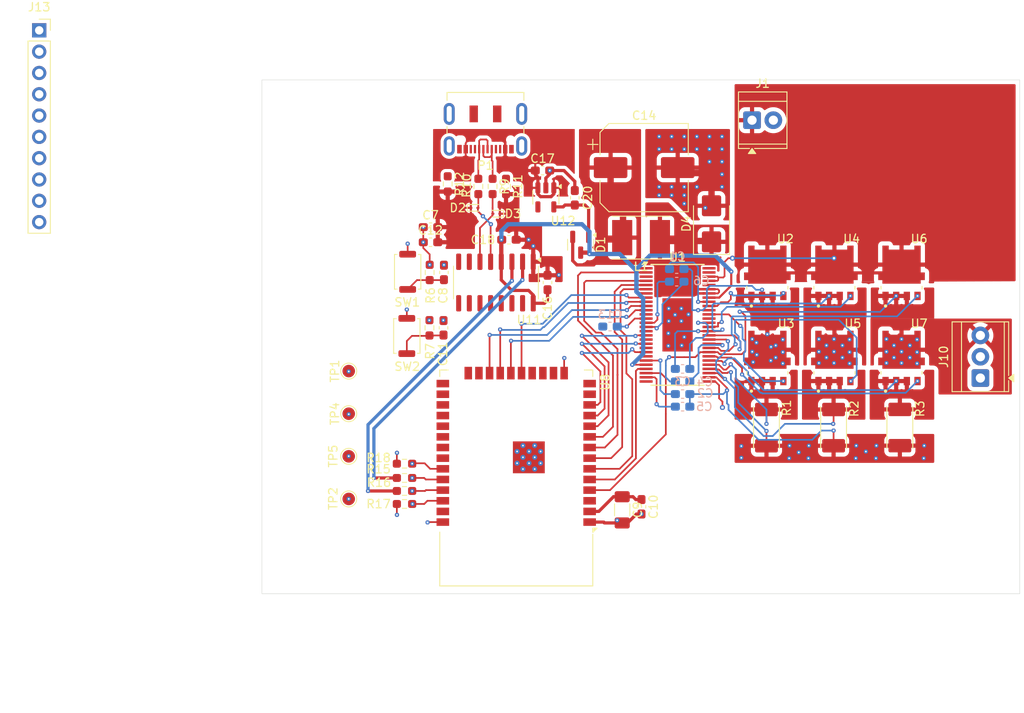
<source format=kicad_pcb>
(kicad_pcb (version 20241229) (generator "pcbnew") (generator_version "9.0")
  (layers (0 "F.Cu" signal) (4 "In1.Cu" signal) (6 "In2.Cu" signal) (2 "B.Cu" signal) (13 "F.Paste" user) (15 "B.Paste" user) (5 "F.SilkS" user "F.Silkscreen") (7 "B.SilkS" user "B.Silkscreen") (1 "F.Mask" user) (3 "B.Mask" user) (25 "Edge.Cuts" user))
  (net 0 "")
  (net 1 "/MotorControl1/SH_A")
  (net 2 "Net-(U1-BST_A)")
  (net 3 "Net-(U1-DVDD)")
  (net 4 "GNDA")
  (net 5 "Net-(U1-BST_B)")
  (net 6 "/MotorControl1/SH_B")
  (net 7 "Net-(U1-BST_C)")
  (net 8 "/MotorControl1/SH_C")
  (net 9 "Net-(U1-AVDD)")
  (net 10 "Net-(U1-CP2)")
  (net 11 "Net-(U1-CP1)")
  (net 12 "/POWER_IN")
  (net 13 "GND")
  (net 14 "/MotorControl1/~{OCTW}")
  (net 15 "/MotorControl1/COMP")
  (net 16 "/MotorControl1/PWRGD")
  (net 17 "/MotorControl1/~{FAULT}")
  (net 18 "/MotorControl1/SDI")
  (net 19 "/MotorControl1/SDO")
  (net 20 "/MotorControl1/~{SCS}")
  (net 21 "/MotorControl1/SCLK")
  (net 22 "/MotorControl1/GH_A")
  (net 23 "/MotorControl1/GL_B")
  (net 24 "/MotorControl1/GH_B")
  (net 25 "/MotorControl1/GL_A")
  (net 26 "/MotorControl1/GL_C")
  (net 27 "/MotorControl1/GH_C")
  (net 29 "/MotorControl1/EN_GATE")
  (net 30 "/MotorControl1/PH")
  (net 31 "/MotorControl1/DTC")
  (net 33 "/MotorControl1/RT_CLK")
  (net 34 "/MotorControl1/VSENSE")
  (net 36 "/MotorControl1/EN_BUCK")
  (net 37 "/MotorControl1/INL_C")
  (net 38 "/MotorControl1/INL_A")
  (net 39 "/MotorControl1/POWER_SL_B")
  (net 40 "/MotorControl1/POWER_SL_A")
  (net 41 "/MotorControl1/INL_B")
  (net 42 "/MotorControl1/POWER_SL_C")
  (net 57 "+3V3")
  (net 58 "Net-(U8-EN)")
  (net 59 "/Controller/IO0")
  (net 60 "VBUS")
  (net 61 "Net-(D2-A2)")
  (net 62 "unconnected-(D3-A2-Pad2)")
  (net 63 "/Controller/SCL")
  (net 64 "/Controller/SDA")
  (net 65 "Net-(P1-D--PadA7)")
  (net 68 "Net-(P1-D+-PadA6)")
  (net 69 "Net-(P1-CC1)")
  (net 70 "Net-(P1-CC2)")
  (net 71 "Net-(U11-TXD)")
  (net 72 "/Controller/RXD")
  (net 73 "/Controller/TXD")
  (net 74 "Net-(U11-RXD)")
  (net 75 "/MotorControl1/SO1")
  (net 76 "/MotorControl1/SO2")
  (net 77 "/MotorControl1/INH_B")
  (net 78 "/MotorControl1/INH_C")
  (net 79 "/MotorControl1/INH_A")
  (net 80 "/Controller/DIN")
  (net 83 "Net-(U11-~{DTR})")
  (net 88 "Net-(U11-~{RTS})")
  (net 91 "Net-(U1-GVDD)")
  (net 92 "/MotorControl1/BST_BK")
  (net 93 "/3V3_BUCK")
  (net 96 "/3V3_LDO")
  (footprint "Resistor_SMD:R_0603_1608Metric_Pad0.98x0.95mm_HandSolder" (layer "F.Cu") (at 55.625 55.8 90)
    (property "Reference" "R7")
    (property "Value" "10k")
  )
  (footprint "Button_Switch_SMD:SW_Push_SPST_NO_Alps_SKRK" (layer "F.Cu") (at 53.025 49.125 -90)
    (property "Reference" "SW1")
    (property "Value" "~")
  )
  (footprint "Button_Switch_SMD:SW_Push_SPST_NO_Alps_SKRK" (layer "F.Cu") (at 52.925 56.775 -90)
    (property "Reference" "SW2")
    (property "Value" "~")
  )
  (footprint "Capacitor_SMD:C_0603_1608Metric_Pad1.08x0.95mm_HandSolder" (layer "F.Cu") (at 57.3 55.8 90)
    (property "Reference" "C11")
    (property "Value" "0.1u")
  )
  (footprint "snapmagic-footprints:TRANS_NVMFS5834NLWFT1G" (layer "F.Cu") (at 103.9 49.2525 90)
    (property "Reference" "U4")
    (property "Value" "NVMFS5834NLWFT1G")
  )
  (footprint "TestPoint:TestPoint_Pad_D1.5mm" (layer "F.Cu") (at 46 60.96 90)
    (property "Reference" "TP1")
    (property "Value" "TestPoint")
  )
  (footprint "Capacitor_SMD:C_1206_3216Metric_Pad1.33x1.80mm_HandSolder" (layer "F.Cu") (at 78.6 77.5 -90)
    (property "Reference" "C9")
    (property "Value" "47u")
  )
  (footprint "TerminalBlock_TE-Connectivity:TerminalBlock_TE_282834-3_1x03_P2.54mm_Horizontal" (layer "F.Cu") (at 121.3 61.79 90)
    (property "Reference" "J10")
    (property "Value" "Screw_Terminal_01x03")
  )
  (footprint "Resistor_SMD:R_0603_1608Metric_Pad0.98x0.95mm_HandSolder" (layer "F.Cu") (at 52.65 75.25)
    (property "Reference" "R16")
    (property "Value" "22")
  )
  (footprint "Capacitor_SMD:CP_Elec_10x10" (layer "F.Cu") (at 81.2175 36.7)
    (property "Reference" "C14")
    (property "Value" "470uF")
  )
  (footprint "snapmagic-footprints:TRANS_NVMFS5834NLWFT1G" (layer "F.Cu") (at 95.905 59.4 90)
    (property "Reference" "U3")
    (property "Value" "NVMFS5834NLWFT1G")
  )
  (footprint "snapmagic-footprints:TRANS_NVMFS5834NLWFT1G" (layer "F.Cu") (at 111.9 49.2525 90)
    (property "Reference" "U6")
    (property "Value" "NVMFS5834NLWFT1G")
  )
  (footprint "Diode_SMD:D_SMB" (layer "F.Cu") (at 89.25 43.4 90)
    (property "Reference" "D4")
    (property "Value" "B220")
  )
  (footprint "snapmagic-footprints:RESC5025X70N" (layer "F.Cu") (at 95.8 67.7 -90)
    (property "Reference" "R1")
    (property "Value" "TLR2H15DR001FTDG")
  )
  (footprint "Capacitor_SMD:C_0603_1608Metric_Pad1.08x0.95mm_HandSolder" (layer "F.Cu") (at 55.75 45.6)
    (property "Reference" "C12")
    (property "Value" "2.2u")
  )
  (footprint "Capacitor_SMD:C_0603_1608Metric_Pad1.08x0.95mm_HandSolder" (layer "F.Cu") (at 69.7 50.4 90)
    (property "Reference" "C16")
    (property "Value" "2.2u")
  )
  (footprint "Connector_PinSocket_2.54mm:PinSocket_1x10_P2.54mm_Vertical" (layer "F.Cu") (at 9.1 20.34)
    (property "Reference" "J13")
    (property "Value" "Conn_01x10")
  )
  (footprint "TestPoint:TestPoint_Pad_D1.5mm" (layer "F.Cu") (at 46 66.04 90)
    (property "Reference" "TP4")
    (property "Value" "TestPoint")
  )
  (footprint "RF_Module:ESP32-WROOM-32D" (layer "F.Cu") (at 65.97 70.71 180)
    (property "Reference" "U8")
    (property "Value" "ESP32-WROOM-32D")
  )
  (footprint "snapmagic-footprints:TRANS_NVMFS5834NLWFT1G" (layer "F.Cu") (at 103.9 59.4 90)
    (property "Reference" "U5")
    (property "Value" "NVMFS5834NLWFT1G")
  )
  (footprint "Connector_USB:USB_C_Receptacle_JAE_DX07S016JA1R1500" (layer "F.Cu") (at 62.3 31.45 180)
    (property "Reference" "P1")
    (property "Value" "USB_C_Receptacle_USB2.0_14P")
  )
  (footprint "Capacitor_SMD:C_0603_1608Metric_Pad1.08x0.95mm_HandSolder" (layer "F.Cu") (at 72.95 40.3 90)
    (property "Reference" "C20")
    (property "Value" "2.2u")
  )
  (footprint "Package_TO_SOT_SMD:TSOT-23-5" (layer "F.Cu") (at 69.5 40.25 -90)
    (property "Reference" "U12")
    (property "Value" "NCV8114ASN330T1G")
  )
  (footprint "Inductor_SMD:L_Taiyo-Yuden_NR-50xx_HandSoldering" (layer "F.Cu") (at 80.85 45.05 180)
    (property "Reference" "L1")
    (property "Value" "10uH")
  )
  (footprint "TestPoint:TestPoint_Pad_D1.5mm" (layer "F.Cu") (at 46 71.12 90)
    (property "Reference" "TP5")
    (property "Value" "TestPoint")
  )
  (footprint "Package_TO_SOT_SMD:SOT-23" (layer "F.Cu") (at 73.65 45.9 -90)
    (property "Reference" "D1")
    (property "Value" "BAT54C")
  )
  (footprint "Capacitor_SMD:C_0603_1608Metric_Pad1.08x0.95mm_HandSolder" (layer "F.Cu") (at 55.75 43.8)
    (property "Reference" "C7")
    (property "Value" "2.2u")
  )
  (footprint "Resistor_SMD:R_0603_1608Metric_Pad0.98x0.95mm_HandSolder" (layer "F.Cu") (at 57.8 38.65 -90)
    (property "Reference" "R12")
    (property "Value" "5.1k")
  )
  (footprint "Capacitor_SMD:C_0603_1608Metric_Pad1.08x0.95mm_HandSolder" (layer "F.Cu") (at 80.9 77.1375 -90)
    (property "Reference" "C10")
    (property "Value" "2.2u")
  )
  (footprint "Capacitor_SMD:C_0603_1608Metric_Pad1.08x0.95mm_HandSolder" (layer "F.Cu") (at 65.1 45.3)
    (property "Reference" "C18")
    (property "Value" "0.1u")
  )
  (footprint "snapmagic-footprints:RESC5025X70N" (layer "F.Cu") (at 111.7 67.69 -90)
    (property "Reference" "R3")
    (property "Value" "TLR2H15DR001FTDG")
  )
  (footprint "Package_SO:HTSSOP-56-1EP_6.1x14mm_P0.5mm_EP3.61x6.35mm" (layer "F.Cu") (at 85.2 55.45)
    (property "Reference" "U1")
    (property "Value" "DRV8301DCAR")
  )
  (footprint "Resistor_SMD:R_0603_1608Metric_Pad0.98x0.95mm_HandSolder" (layer "F.Cu") (at 52.65 76.8 180)
    (property "Reference" "R17")
    (property "Value" "4.7k")
  )
  (footprint "Resistor_SMD:R_0603_1608Metric_Pad0.98x0.95mm_HandSolder" (layer "F.Cu") (at 61.45 38.95 -90)
    (property "Reference" "R10")
    (property "Value" "22")
  )
  (footprint "Diode_SMD:D_SOD-923" (layer "F.Cu") (at 60.98 41.5)
    (property "Reference" "D2")
    (property "Value" "ESD9B3.3ST5G")
  )
  (footprint "Resistor_SMD:R_0603_1608Metric_Pad0.98x0.95mm_HandSolder" (layer "F.Cu") (at 64.75 38.95 -90)
    (property "Reference" "R11")
    (property "Value" "5.1k")
  )
  (footprint "Diode_SMD:D_SOD-923" (layer "F.Cu") (at 63.6 42.2 180)
    (property "Reference" "D3")
    (property "Value" "ESD9B3.3ST5G")
  )
  (footprint "Resistor_SMD:R_0603_1608Metric_Pad0.98x0.95mm_HandSolder" (layer "F.Cu") (at 63.15 38.95 -90)
    (property "Reference" "R9")
    (property "Value" "22")
  )
  (footprint "snapmagic-footprints:TRANS_NVMFS5834NLWFT1G" (layer "F.Cu") (at 95.905 49.2525 90)
    (property "Reference" "U2")
    (property "Value" "NVMFS5834NLWFT1G")
  )
  (footprint "Package_SO:SOIC-16_3.9x9.9mm_P1.27mm" (layer "F.Cu") (at 63.55 50.4 -90)
    (property "Reference" "U11")
    (property "Value" "CH340C")
  )
  (footprint "Resistor_SMD:R_0603_1608Metric_Pad0.98x0.95mm_HandSolder" (layer "F.Cu") (at 52.65 72 180)
    (property "Reference" "R18")
    (property "Value" "4.7k")
  )
  (footprint "TestPoint:TestPoint_Pad_D1.5mm" (layer "F.Cu") (at 46 76.2 90)
    (property "Reference" "TP2")
    (property "Value" "TestPoint")
  )
  (footprint "Capacitor_SMD:C_0603_1608Metric_Pad1.08x0.95mm_HandSolder" (layer "F.Cu") (at 57.35 49.2 90)
    (property "Reference" "C8")
    (property "Value" "0.1u")
  )
  (footprint "Capacitor_SMD:C_0603_1608Metric_Pad1.08x0.95mm_HandSolder" (layer "F.Cu") (at 69.1 37.05)
    (property "Reference" "C17")
    (property "Value" "2.2u")
  )
  (footprint "Resistor_SMD:R_0603_1608Metric_Pad0.98x0.95mm_HandSolder" (layer "F.Cu") (at 55.65 49.2 90)
    (property "Reference" "R6")
    (property "Value" "10k")
  )
  (footprint "TerminalBlock_TE-Connectivity:TerminalBlock_TE_282834-2_1x02_P2.54mm_Horizontal" (layer "F.Cu") (at 94.08 31.05)
    (property "Reference" "J1")
    (property "Value" "Screw_Terminal_01x02")
  )
  (footprint "snapmagic-footprints:TRANS_NVMFS5834NLWFT1G" (layer "F.Cu") (at 111.9 59.4 90)
    (property "Reference" "U7")
    (property "Value" "NVMFS5834NLWFT1G")
  )
  (footprint "snapmagic-footprints:RESC5025X70N" (layer "F.Cu") (at 103.8 67.7 -90)
    (property "Reference" "R2")
    (property "Value" "TLR2H15DR001FTDG")
  )
  (footprint "Resistor_SMD:R_0603_1608Metric_Pad0.98x0.95mm_HandSolder" (layer "F.Cu") (at 52.65 73.7)
    (property "Reference" "R15")
    (property "Value" "22")
  )
  (footprint "Capacitor_SMD:C_0603_1608Metric_Pad1.08x0.95mm_HandSolder" (layer "B.Cu") (at 85.1 50.3)
    (property "Reference" "C6")
    (property "Value" "22nF")
  )
  (footprint "Capacitor_SMD:C_0603_1608Metric_Pad1.08x0.95mm_HandSolder" (layer "B.Cu") (at 85.1 48.8)
    (property "Reference" "C1")
    (property "Value" "0.1uF")
  )
  (footprint "Capacitor_SMD:C_0603_1608Metric_Pad1.08x0.95mm_HandSolder" (layer "B.Cu") (at 85.8 63.7)
    (property "Reference" "C2")
    (property "Value" "1.0uF" (hide yes))
  )
  (footprint "Capacitor_SMD:C_0603_1608Metric_Pad1.08x0.95mm_HandSolder" (layer "B.Cu") (at 85.8 60.7 180)
    (property "Reference" "C3")
    (property "Value" "0.1uF")
  )
  (footprint "Capacitor_SMD:C_0603_1608Metric_Pad1.08x0.95mm_HandSolder" (layer "B.Cu") (at 77.15 55.65 180)
    (property "Reference" "C13")
    (property "Value" "2.2uF")
  )
  (footprint "Capacitor_SMD:C_0603_1608Metric_Pad1.08x0.95mm_HandSolder" (layer "B.Cu") (at 85.8 62.2 180)
    (property "Reference" "C4")
    (property "Value" "0.1uF")
  )
  (footprint "Capacitor_SMD:C_0603_1608Metric_Pad1.08x0.95mm_HandSolder" (layer "B.Cu") (at 85.8 65.2)
    (property "Reference" "C5")
    (property "Value" "1.0uF" (hide yes))
  )
  (gr_rect (start 35.65 26.25) (end 126 87.5) (stroke (width 0.05)) (fill no) (layer "Edge.Cuts"))
  (segment (start 95.3 52.05) (end 95.35 52) (width 0.2) (layer "F.Cu") (net 1))
  (segment (start 96.54 56.6175) (end 95.905 57.2525) (width 0.3302) (layer "F.Cu") (net 1))
  (segment (start 95.27 56.6175) (end 95.905 57.2525) (width 0.3302) (layer "F.Cu") (net 1))
  (segment (start 87.65 53.7) (end 88.95 53.7) (width 0.2) (layer "F.Cu") (net 1))
  (via (at 96.342986 58.076255) (size 0.5048) (drill 0.2) (layers "F.Cu" "B.Cu") (net 1))
  (via (at 94.1 58.65) (size 0.5048) (drill 0.2) (layers "F.Cu" "B.Cu") (net 1))
  (via (at 94.20753 59.89247) (size 0.5048) (drill 0.2) (layers "F.Cu" "B.Cu") (net 1))
  (via (at 94.6 57.569934) (size 0.5048) (drill 0.2) (layers "F.Cu" "B.Cu") (net 1))
  (via (at 97.75 58.7) (size 0.5048) (drill 0.2) (layers "F.Cu" "B.Cu") (net 1))
  (via (at 96.315964 59.70758) (size 0.5048) (drill 0.2) (layers "F.Cu" "B.Cu") (net 1))
  (via (at 96.9 57.9) (size 0.5048) (drill 0.2) (layers "F.Cu" "B.Cu") (net 1))
  (via (at 97.75 60.05) (size 0.5048) (drill 0.2) (layers "F.Cu" "B.Cu") (net 1))
  (via (at 95.27 51.2676) (size 0.5048) (drill 0.2) (layers "F.Cu" "B.Cu") (net 1))
  (via (at 87.65 53.7) (size 0.5048) (drill 0.2) (layers "F.Cu" "B.Cu") (net 1))
  (via (at 97.75 57.2) (size 0.5048) (drill 0.2) (layers "F.Cu" "B.Cu") (net 1))
  (via (at 94.643577 59.016009) (size 0.5048) (drill 0.2) (layers "F.Cu" "B.Cu") (net 1))
  (via (at 96.9 59.35) (size 0.5048) (drill 0.2) (layers "F.Cu" "B.Cu") (net 1))
  (via (at 94.1 57.15) (size 0.5048) (drill 0.2) (layers "F.Cu" "B.Cu") (net 1))
  (via (at 95.9 56.566374) (size 0.5048) (drill 0.2) (layers "F.Cu" "B.Cu") (net 1))
  (segment (start 86.95 49.05) (end 86.7 48.8) (width 0.2) (layer "B.Cu") (net 1))
  (segment (start 94.537582 51.2676) (end 95.27 51.2676) (width 0.2) (layer "B.Cu") (net 1))
  (segment (start 89.05 50.8) (end 94.069982 50.8) (width 0.2) (layer "B.Cu") (net 1))
  (segment (start 94.069982 50.8) (end 94.537582 51.2676) (width 0.2) (layer "B.Cu") (net 1))
  (segment (start 86.7 48.8) (end 85.9625 48.8) (width 0.2) (layer "B.Cu") (net 1))
  (segment (start 87.65 53.7) (end 88.2 53.7) (width 0.2) (layer "B.Cu") (net 1))
  (segment (start 88.2 53.7) (end 88.7 53.2) (width 0.2) (layer "B.Cu") (net 1))
  (segment (start 87.65 53.7) (end 86.95 53.7) (width 0.2) (layer "B.Cu") (net 1))
  (segment (start 88.7 53.2) (end 88.7 51.15) (width 0.2) (layer "B.Cu") (net 1))
  (segment (start 88.7 51.15) (end 89.05 50.8) (width 0.2) (layer "B.Cu") (net 1))
  (segment (start 86.95 53.7) (end 86.95 49.05) (width 0.2) (layer "B.Cu") (net 1))
  (segment (start 88.95 52.7) (end 87.65 52.7) (width 0.2) (layer "F.Cu") (net 2))
  (via (at 87.65 52.7) (size 0.5048) (drill 0.2) (layers "F.Cu" "B.Cu") (net 2))
  (segment (start 87.65 48.55) (end 87.1 48) (width 0.2) (layer "B.Cu") (net 2))
  (segment (start 87.65 52.7) (end 87.65 48.55) (width 0.2) (layer "B.Cu") (net 2))
  (segment (start 84.2375 48.1625) (end 84.2375 48.8) (width 0.2) (layer "B.Cu") (net 2))
  (segment (start 84.4 48) (end 84.2375 48.1625) (width 0.2) (layer "B.Cu") (net 2))
  (segment (start 87.1 48) (end 84.4 48) (width 0.2) (layer "B.Cu") (net 2))
  (segment (start 83.15 59.7) (end 81.45 59.7) (width 0.2) (layer "F.Cu") (net 3))
  (segment (start 81.4425 59.6925) (end 81.45 59.7) (width 0.2) (layer "F.Cu") (net 3))
  (via (at 83.15 59.7) (size 0.5048) (drill 0.2) (layers "F.Cu" "B.Cu") (net 3))
  (segment (start 84.9375 63.7) (end 83.6 63.7) (width 0.2) (layer "B.Cu") (net 3))
  (segment (start 83.15 63.25) (end 83.15 59.7) (width 0.2) (layer "B.Cu") (net 3))
  (segment (start 83.6 63.7) (end 83.15 63.25) (width 0.2) (layer "B.Cu") (net 3))
  (segment (start 90.150352 60.799) (end 90.026 60.799) (width 0.2) (layer "F.Cu") (net 4))
  (segment (start 90.537004 61.185652) (end 90.150352 60.799) (width 0.2) (layer "F.Cu") (net 4))
  (segment (start 91.093112 62.975) (end 91.093112 63.256888) (width 0.2) (layer "F.Cu") (net 4))
  (segment (start 91.153869 61.185652) (end 90.537004 61.185652) (width 0.2) (layer "F.Cu") (net 4))
  (segment (start 103.8 69.86) (end 103.8 68.04999) (width 0.2) (layer "F.Cu") (net 4))
  (segment (start 90.026 60.799) (end 90.026 60.749) (width 0.2) (layer "F.Cu") (net 4))
  (segment (start 89.818112 61.7) (end 91.093112 62.975) (width 0.2) (layer "F.Cu") (net 4))
  (segment (start 95.8 69.86) (end 95.8 68.100003) (width 0.2) (layer "F.Cu") (net 4))
  (segment (start 89.771527 60.7) (end 88.95 60.7) (width 0.2) (layer "F.Cu") (net 4))
  (segment (start 91.245785 61.093737) (end 91.153869 61.185652) (width 0.2) (layer "F.Cu") (net 4))
  (segment (start 90.026 60.749) (end 89.820527 60.749) (width 0.2) (layer "F.Cu") (net 4))
  (segment (start 88.95 61.7) (end 89.818112 61.7) (width 0.2) (layer "F.Cu") (net 4))
  (segment (start 91.559666 61.093737) (end 91.245785 61.093737) (width 0.2) (layer "F.Cu") (net 4))
  (segment (start 89.820527 60.749) (end 89.771527 60.7) (width 0.2) (layer "F.Cu") (net 4))
  (via (at 98.5 71.35) (size 0.5048) (drill 0.2) (layers "F.Cu" "B.Cu") (net 4))
  (via (at 100.8 71.35) (size 0.5048) (drill 0.2) (layers "F.Cu" "B.Cu") (net 4))
  (via (at 106.5 69.85) (size 0.5048) (drill 0.2) (layers "F.Cu" "B.Cu") (net 4))
  (via (at 100.85 69.85) (size 0.5048) (drill 0.2) (layers "F.Cu" "B.Cu") (net 4))
  (via (at 103.8 68.04999) (size 0.5048) (drill 0.2) (layers "F.Cu" "B.Cu") (net 4))
  (via (at 114.55 71.35) (size 0.5048) (drill 0.2) (layers "F.Cu" "B.Cu") (net 4))
  (via (at 107.65 70.55) (size 0.5048) (drill 0.2) (layers "F.Cu" "B.Cu") (net 4))
  (via (at 114.6 69.85) (size 0.5048) (drill 0.2) (layers "F.Cu" "B.Cu") (net 4))
  (via (at 95.8 68.100003) (size 0.5048) (drill 0.2) (layers "F.Cu" "B.Cu") (net 4))
  (via (at 108.9 69.85) (size 0.5048) (drill 0.2) (layers "F.Cu" "B.Cu") (net 4))
  (via (at 92.8 71.3) (size 0.5048) (drill 0.2) (layers "F.Cu" "B.Cu") (net 4))
  (via (at 99.65 70.65) (size 0.5048) (drill 0.2) (layers "F.Cu" "B.Cu") (net 4))
  (via (at 108.85 71.35) (size 0.5048) (drill 0.2) (layers "F.Cu" "B.Cu") (net 4))
  (via (at 98.55 69.85) (size 0.5048) (drill 0.2) (layers "F.Cu" "B.Cu") (net 4))
  (via (at 91.559666 61.093737) (size 0.5048) (drill 0.2) (layers "F.Cu" "B.Cu") (net 4))
  (via (at 106.45 71.35) (size 0.5048) (drill 0.2) (layers "F.Cu" "B.Cu") (net 4))
  (via (at 92.8 69.9) (size 0.5048) (drill 0.2) (layers "F.Cu" "B.Cu") (net 4))
  (via (at 91.093112 63.256888) (size 0.5048) (drill 0.2) (layers "F.Cu" "B.Cu") (net 4))
  (segment (start 103.8 68.04999) (end 102.35001 68.04999) (width 0.2) (layer "B.Cu") (net 4))
  (segment (start 90.65 63.7) (end 91.093112 63.256888) (width 0.2) (layer "B.Cu") (net 4))
  (segment (start 101.25 69.15) (end 94.85 69.15) (width 0.2) (layer "B.Cu") (net 4))
  (segment (start 92.43 62.860543) (end 92.43 64.730003) (width 0.2) (layer "B.Cu") (net 4))
  (segment (start 91.559666 61.990209) (end 92.43 62.860543) (width 0.2) (layer "B.Cu") (net 4))
  (segment (start 86.6625 65.2) (end 86.6625 63.7) (width 0.2) (layer "B.Cu") (net 4))
  (segment (start 91.28 65.58) (end 91.28 64.997624) (width 0.2) (layer "B.Cu") (net 4))
  (segment (start 91.093112 64.810736) (end 91.093112 63.256888) (width 0.2) (layer "B.Cu") (net 4))
  (segment (start 102.35001 68.04999) (end 101.25 69.15) (width 0.2) (layer "B.Cu") (net 4))
  (segment (start 94.85 69.15) (end 91.28 65.58) (width 0.2) (layer "B.Cu") (net 4))
  (segment (start 86.6625 63.7) (end 90.65 63.7) (width 0.2) (layer "B.Cu") (net 4))
  (segment (start 92.43 64.730003) (end 95.8 68.100003) (width 0.2) (layer "B.Cu") (net 4))
  (segment (start 91.559666 61.093737) (end 91.559666 61.990209) (width 0.2) (layer "B.Cu") (net 4))
  (segment (start 91.28 64.997624) (end 91.093112 64.810736) (width 0.2) (layer "B.Cu") (net 4))
  (segment (start 88.95 55.2) (end 87.65 55.2) (width 0.2) (layer "F.Cu") (net 5))
  (via (at 87.65 55.2) (size 0.5048) (drill 0.2) (layers "F.Cu" "B.Cu") (net 5))
  (segment (start 86.6625 60.7) (end 86.6625 57.7375) (width 0.2) (layer "B.Cu") (net 5))
  (segment (start 88.2 57) (end 88.8 56.4) (width 0.2) (layer "B.Cu") (net 5))
  (segment (start 88.5 55.2) (end 87.65 55.2) (width 0.2) (layer "B.Cu") (net 5))
  (segment (start 87.4 57) (end 88.2 57) (width 0.2) (layer "B.Cu") (net 5))
  (segment (start 88.8 56.4) (end 88.8 55.5) (width 0.2) (layer "B.Cu") (net 5))
  (segment (start 86.6625 57.7375) (end 87.4 57) (width 0.2) (layer "B.Cu") (net 5))
  (segment (start 88.8 55.5) (end 88.5 55.2) (width 0.2) (layer "B.Cu") (net 5))
  (segment (start 90.368163 56.2) (end 90.550563 56.0176) (width 0.2) (layer "F.Cu") (net 6))
  (segment (start 102.0475 60) (end 104.135 60) (width 0.381) (layer "F.Cu") (net 6))
  (segment (start 104.135 56.6175) (end 103.5 57.2525) (width 0.3302) (layer "F.Cu") (net 6))
  (segment (start 87.650004 56.2) (end 87.65 56.199996) (width 0.2) (layer "F.Cu") (net 6))
  (segment (start 101.995 59.9475) (end 102.0475 60) (width 0.381) (layer "F.Cu") (net 6))
  (segment (start 101.9425 60) (end 101.995 59.9475) (width 0.381) (layer "F.Cu") (net 6))
  (segment (start 88.95 56.2) (end 90.368163 56.2) (width 0.2) (layer "F.Cu") (net 6))
  (segment (start 102.865 56.6175) (end 103.5 57.2525) (width 0.3302) (layer "F.Cu") (net 6))
  (segment (start 88.95 56.2) (end 87.650004 56.2) (width 0.2) (layer "F.Cu") (net 6))
  (segment (start 103.265 52) (end 103.25 52) (width 0.2) (layer "F.Cu") (net 6))
  (via (at 104.85 59.35) (size 0.5048) (drill 0.2) (layers "F.Cu" "B.Cu") (net 6))
  (via (at 105.7 57.2) (size 0.5048) (drill 0.2) (layers "F.Cu" "B.Cu") (net 6))
  (via (at 104.85 57.9) (size 0.5048) (drill 0.2) (layers "F.Cu" "B.Cu") (net 6))
  (via (at 103.85 58.65) (size 0.5048) (drill 0.2) (layers "F.Cu" "B.Cu") (net 6))
  (via (at 105.7 60.05) (size 0.5048) (drill 0.2) (layers "F.Cu" "B.Cu") (net 6))
  (via (at 102.05 58.65) (size 0.5048) (drill 0.2) (layers "F.Cu" "B.Cu") (net 6))
  (via (at 102.95 57.9) (size 0.5048) (drill 0.2) (layers "F.Cu" "B.Cu") (net 6))
  (via (at 105.7 58.7) (size 0.5048) (drill 0.2) (layers "F.Cu" "B.Cu") (net 6))
  (via (at 102.05 60) (size 0.5048) (drill 0.2) (layers "F.Cu" "B.Cu") (net 6))
  (via (at 103.85 57.15) (size 0.5048) (drill 0.2) (layers "F.Cu" "B.Cu") (net 6))
  (via (at 103.85 60) (size 0.5048) (drill 0.2) (layers "F.Cu" "B.Cu") (net 6))
  (via (at 87.65 56.199996) (size 0.5048) (drill 0.2) (layers "F.Cu" "B.Cu") (net 6))
  (via (at 102.95 59.35) (size 0.5048) (drill 0.2) (layers "F.Cu" "B.Cu") (net 6))
  (via (at 90.550563 56.0176) (size 0.5048) (drill 0.2) (layers "F.Cu" "B.Cu") (net 6))
  (via (at 102.05 57.15) (size 0.5048) (drill 0.2) (layers "F.Cu" "B.Cu") (net 6))
  (via (at 103.25 52) (size 0.5048) (drill 0.2) (layers "F.Cu" "B.Cu") (net 6))
  (segment (start 89.35 53.1) (end 89.35 55.95) (width 0.2) (layer "B.Cu") (net 6))
  (segment (start 84.9 60.6625) (end 84.9 56.498529) (width 0.2) (layer "B.Cu") (net 6))
  (segment (start 84.9375 60.7) (end 84.9 60.6625) (width 0.2) (layer "B.Cu") (net 6))
  (segment (start 89.55664 56.15664) (end 90.411523 56.15664) (width 0.2) (layer "B.Cu") (net 6))
  (segment (start 84.9 56.498529) (end 85.198533 56.199996) (width 0.2) (layer "B.Cu") (net 6))
  (segment (start 103.25 52) (end 102.35 52.9) (width 0.2) (layer "B.Cu") (net 6))
  (segment (start 85.198533 56.199996) (end 87.65 56.199996) (width 0.2) (layer "B.Cu") (net 6))
  (segment (start 102.35 52.9) (end 89.55 52.9) (width 0.2) (layer "B.Cu") (net 6))
  (segment (start 90.411523 56.15664) (end 90.550563 56.0176) (width 0.2) (layer "B.Cu") (net 6))
  (segment (start 89.35 55.95) (end 89.55664 56.15664) (width 0.2) (layer "B.Cu") (net 6))
  (segment (start 89.55 52.9) (end 89.35 53.1) (width 0.2) (layer "B.Cu") (net 6))
  (segment (start 88.95 57.7) (end 90.377872 57.7) (width 0.2) (layer "F.Cu") (net 7))
  (segment (start 90.377872 57.7) (end 90.554485 57.876613) (width 0.2) (layer "F.Cu") (net 7))
  (via (at 90.554485 57.876613) (size 0.5048) (drill 0.2) (layers "F.Cu" "B.Cu") (net 7))
  (segment (start 87.7 61.1625) (end 87.7 58.2) (width 0.2) (layer "B.Cu") (net 7))
  (segment (start 86.6625 62.2) (end 87.7 61.1625) (width 0.2) (layer "B.Cu") (net 7))
  (segment (start 88.05 57.85) (end 90.527872 57.85) (width 0.2) (layer "B.Cu") (net 7))
  (segment (start 87.7 58.2) (end 88.05 57.85) (width 0.2) (layer "B.Cu") (net 7))
  (segment (start 90.527872 57.85) (end 90.554485 57.876613) (width 0.2) (layer "B.Cu") (net 7))
  (segment (start 109.995 59.9475) (end 112.535 59.9475) (width 0.381) (layer "F.Cu") (net 8))
  (segment (start 87.925 58.7) (end 87.325 59.3) (width 0.2) (layer "F.Cu") (net 8))
  (segment (start 88.95 58.7) (end 87.925 58.7) (width 0.2) (layer "F.Cu") (net 8))
  (segment (start 89.977 58.7) (end 90.226 58.949) (width 0.2) (layer "F.Cu") (net 8))
  (segment (start 109.895 52.1) (end 109.995 52) (width 0.254) (layer "F.Cu") (net 8))
  (segment (start 93.286205 58.513795) (end 93.286205 54.381029) (width 0.2) (layer "F.Cu") (net 8))
  (segment (start 111.635 56.6175) (end 111 57.2525) (width 0.3302) (layer "F.Cu") (net 8))
  (segment (start 88.95 58.7) (end 89.977 58.7) (width 0.2) (layer "F.Cu") (net 8))
  (segment (start 87.325 59.3) (end 86 59.3) (width 0.2) (layer "F.Cu") (net 8))
  (segment (start 93.286205 54.381029) (end 92.787576 53.8824) (width 0.2) (layer "F.Cu") (net 8))
  (segment (start 84.2 59.3) (end 86 59.3) (width 0.2) (layer "F.Cu") (net 8))
  (segment (start 92.787576 53.8824) (end 92.616188 53.8824) (width 0.2) (layer "F.Cu") (net 8))
  (segment (start 90.226 58.949) (end 92.851 58.949) (width 0.2) (layer "F.Cu") (net 8))
  (segment (start 111.265 52) (end 111.25 52) (width 0.2) (layer "F.Cu") (net 8))
  (segment (start 92.851 58.949) (end 93.286205 58.513795) (width 0.2) (layer "F.Cu") (net 8))
  (segment (start 110.365 56.6175) (end 111 57.2525) (width 0.3302) (layer "F.Cu") (net 8))
  (via (at 110.1 58.65) (size 0.5048) (drill 0.2) (layers "F.Cu" "B.Cu") (net 8))
  (via (at 111.9 58.65) (size 0.5048) (drill 0.2) (layers "F.Cu" "B.Cu") (net 8))
  (via (at 113.75 60.05) (size 0.5048) (drill 0.2) (layers "F.Cu" "B.Cu") (net 8))
  (via (at 110.1 57.15) (size 0.5048) (drill 0.2) (layers "F.Cu" "B.Cu") (net 8))
  (via (at 111.9 60) (size 0.5048) (drill 0.2) (layers "F.Cu" "B.Cu") (net 8))
  (via (at 111 59.35) (size 0.5048) (drill 0.2) (layers "F.Cu" "B.Cu") (net 8))
  (via (at 110.1 60) (size 0.5048) (drill 0.2) (layers "F.Cu" "B.Cu") (net 8))
  (via (at 112.9 57.9) (size 0.5048) (drill 0.2) (layers "F.Cu" "B.Cu") (net 8))
  (via (at 111 57.9) (size 0.5048) (drill 0.2) (layers "F.Cu" "B.Cu") (net 8))
  (via (at 112.9 59.35) (size 0.5048) (drill 0.2) (layers "F.Cu" "B.Cu") (net 8))
  (via (at 111.9 57.15) (size 0.5048) (drill 0.2) (layers "F.Cu" "B.Cu") (net 8))
  (via (at 113.75 57.2) (size 0.5048) (drill 0.2) (layers "F.Cu" "B.Cu") (net 8))
  (via (at 92.616188 53.8824) (size 0.5048) (drill 0.2) (layers "F.Cu" "B.Cu") (net 8))
  (via (at 111.25 52) (size 0.5048) (drill 0.2) (layers "F.Cu" "B.Cu") (net 8))
  (via (at 84.2 59.3) (size 0.5048) (drill 0.2) (layers "F.Cu" "B.Cu") (net 8))
  (via (at 113.75 58.7) (size 0.5048) (drill 0.2) (layers "F.Cu" "B.Cu") (net 8))
  (segment (start 83.8 60.3) (end 83.8 59.7) (width 0.2) (layer "B.Cu") (net 8))
  (segment (start 92.633788 53.9) (end 92.616188 53.8824) (width 0.2) (layer "B.Cu") (net 8))
  (segment (start 111.25 52) (end 109.35 53.9) (width 0.2) (layer "B.Cu") (net 8))
  (segment (start 109.35 53.9) (end 92.633788 53.9) (width 0.2) (layer "B.Cu") (net 8))
  (segment (start 83.8 59.7) (end 84.2 59.3) (width 0.2) (layer "B.Cu") (net 8))
  (segment (start 83.8 61.7) (end 83.8 60.3) (width 0.2) (layer "B.Cu") (net 8))
  (segment (start 84.9375 62.2) (end 84.3 62.2) (width 0.2) (layer "B.Cu") (net 8))
  (segment (start 84.3 62.2) (end 83.8 61.7) (width 0.2) (layer "B.Cu") (net 8))
  (segment (start 82.475 61.7) (end 82.7 61.925) (width 0.2) (layer "F.Cu") (net 9))
  (segment (start 81.45 61.7) (end 82.475 61.7) (width 0.2) (layer "F.Cu") (net 9))
  (segment (start 82.7 61.925) (end 82.7 64.9) (width 0.2) (layer "F.Cu") (net 9))
  (via (at 82.7 64.9) (size 0.5048) (drill 0.2) (layers "F.Cu" "B.Cu") (net 9))
  (segment (start 84.9375 65.2) (end 83 65.2) (width 0.2) (layer "B.Cu") (net 9))
  (segment (start 83 65.2) (end 82.7 64.9) (width 0.2) (layer "B.Cu") (net 9))
  (segment (start 82.553297 55.7) (end 82.709577 55.85628) (width 0.2) (layer "F.Cu") (net 10))
  (segment (start 81.45 55.7) (end 82.553297 55.7) (width 0.2) (layer "F.Cu") (net 10))
  (via (at 82.709577 55.85628) (size 0.5048) (drill 0.2) (layers "F.Cu" "B.Cu") (net 10))
  (segment (start 83.4 53) (end 85.9625 50.4375) (width 0.2) (layer "B.Cu") (net 10))
  (segment (start 83.4 55.165857) (end 83.4 53) (width 0.2) (layer "B.Cu") (net 10))
  (segment (start 85.9625 50.4375) (end 85.9625 50.3) (width 0.2) (layer "B.Cu") (net 10))
  (segment (start 82.709577 55.85628) (end 83.4 55.165857) (width 0.2) (layer "B.Cu") (net 10))
  (segment (start 82.425 55.2) (end 81.45 55.2) (width 0.2) (layer "F.Cu") (net 11))
  (segment (start 82.8 54.2) (end 82.8 54.825) (width 0.2) (layer "F.Cu") (net 11))
  (segment (start 82.8 54.825) (end 82.425 55.2) (width 0.2) (layer "F.Cu") (net 11))
  (via (at 82.8 54.2) (size 0.5048) (drill 0.2) (layers "F.Cu" "B.Cu") (net 11))
  (segment (start 84.2375 50.3) (end 83 50.3) (width 0.2) (layer "B.Cu") (net 11))
  (segment (start 82.8 50.5) (end 82.8 54.2) (width 0.2) (layer "B.Cu") (net 11))
  (segment (start 83 50.3) (end 82.8 50.5) (width 0.2) (layer "B.Cu") (net 11))
  (segment (start 90.15 62.65) (end 90.15 64.2) (width 0.2) (layer "F.Cu") (net 12))
  (segment (start 103.85 47.5) (end 103.85 49.2025) (width 0.2) (layer "F.Cu") (net 12))
  (segment (start 90.55 64.6) (end 90.55 65.3) (width 0.2) (layer "F.Cu") (net 12))
  (segment (start 89.7 62.2) (end 90.15 62.65) (width 0.2) (layer "F.Cu") (net 12))
  (segment (start 90.65 49.8) (end 90.8 49.65) (width 0.2) (layer "F.Cu") (net 12))
  (segment (start 96.5 49.2525) (end 103.5 49.2525) (width 0.381) (layer "F.Cu") (net 12))
  (segment (start 90.05 50.1) (end 90.05 49.8) (width 0.2) (layer "F.Cu") (net 12))
  (segment (start 90.05 49.8) (end 90.65 49.8) (width 0.2) (layer "F.Cu") (net 12))
  (segment (start 90.8 47.95) (end 91.25 47.5) (width 0.2) (layer "F.Cu") (net 12))
  (segment (start 90.05 49.8) (end 89.95 49.7) (width 0.2) (layer "F.Cu") (net 12))
  (segment (start 103.85 49.2025) (end 103.9 49.2525) (width 0.2) (layer "F.Cu") (net 12))
  (segment (start 89.95 50.2) (end 90.05 50.1) (width 0.2) (layer "F.Cu") (net 12))
  (segment (start 90.15 64.2) (end 90.55 64.6) (width 0.2) (layer "F.Cu") (net 12))
  (segment (start 89.95 49.7) (end 88.95 49.7) (width 0.2) (layer "F.Cu") (net 12))
  (segment (start 91.25 47.5) (end 91.75 47.5) (width 0.2) (layer "F.Cu") (net 12))
  (segment (start 88.95 50.2) (end 89.95 50.2) (width 0.2) (layer "F.Cu") (net 12))
  (segment (start 104 49.2525) (end 111 49.2525) (width 0.381) (layer "F.Cu") (net 12))
  (segment (start 90.8 49.65) (end 90.8 47.95) (width 0.2) (layer "F.Cu") (net 12))
  (segment (start 88.95 62.2) (end 89.7 62.2) (width 0.2) (layer "F.Cu") (net 12))
  (via (at 91.75 47.5) (size 0.6) (drill 0.3) (layers "F.Cu" "B.Cu") (net 12))
  (via (at 103.85 47.5) (size 0.6) (drill 0.3) (layers "F.Cu" "B.Cu") (net 12))
  (via (at 90.55 65.3) (size 0.6) (drill 0.3) (layers "F.Cu" "B.Cu") (net 12))
  (segment (start 91.75 47.5) (end 103.85 47.5) (width 0.2) (layer "B.Cu") (net 12))
  (segment (start 67.995 47.925) (end 67.995 46.2) (width 0.2) (layer "F.Cu") (net 13))
  (segment (start 71.68 61.2) (end 71.68 59.42) (width 0.2) (layer "F.Cu") (net 13))
  (segment (start 71.0125 49.5375) (end 71.05 49.5) (width 0.2) (layer "F.Cu") (net 13))
  (segment (start 52.925 54.675) (end 52.925 53.625) (width 0.2) (layer "F.Cu") (net 13))
  (segment (start 57.22 78.96) (end 55.44 78.96) (width 0.2) (layer "F.Cu") (net 13))
  (segment (start 76.4925 79.0625) (end 76.39 78.96) (width 0.381) (layer "F.Cu") (net 13))
  (segment (start 55.44 78.96) (end 55.4 79) (width 0.2) (layer "F.Cu") (net 13))
  (segment (start 78.6 79.0625) (end 76.4925 79.0625) (width 0.381) (layer "F.Cu") (net 13))
  (segment (start 57.3 54.9375) (end 57.3 54.925) (width 0.2) (layer "F.Cu") (net 13))
  (segment (start 57.3 54.925) (end 57.275 54.9) (width 0.2) (layer "F.Cu") (net 13))
  (segment (start 67.25 45.3) (end 67.45 45.3) (width 0.2) (layer "F.Cu") (net 13))
  (segment (start 80.3 78) (end 79.2375 79.0625) (width 0.381) (layer "F.Cu") (net 13))
  (segment (start 89.25 38.25) (end 89.25 41.25) (width 0.762) (layer "F.Cu") (net 13))
  (segment (start 80.9 78) (end 80.3 78) (width 0.381) (layer "F.Cu") (net 13))
  (segment (start 67.995 47.925) (end 69.375 47.925) (width 0.381) (layer "F.Cu") (net 13))
  (segment (start 71.65 37.05) (end 69.9625 37.05) (width 0.381) (layer "F.Cu") (net 13))
  (segment (start 76.39 78.96) (end 74.72 78.96) (width 0.381) (layer "F.Cu") (net 13))
  (segment (start 53.025 47.025) (end 53.025 45.775) (width 0.2) (layer "F.Cu") (net 13))
  (segment (start 69.7 48.25) (end 69.7 49.5375) (width 0.381) (layer "F.Cu") (net 13))
  (segment (start 79.2375 79.0625) (end 78.6 79.0625) (width 0.381) (layer "F.Cu") (net 13))
  (segment (start 71.68 59.42) (end 71.7 59.4) (width 0.2) (layer "F.Cu") (net 13))
  (segment (start 69.375 47.925) (end 69.7 48.25) (width 0.381) (layer "F.Cu") (net 13))
  (segment (start 69.9625 37.05) (end 69.9625 37.4875) (width 0.381) (layer "F.Cu") (net 13))
  (segment (start 88.35 37.35) (end 89.25 38.25) (width 0.762) (layer "F.Cu") (net 13))
  (segment (start 57.35 48.3375) (end 57.35 48.3) (width 0.2) (layer "F.Cu") (net 13))
  (segment (start 72.95 38.35) (end 71.65 37.05) (width 0.381) (layer "F.Cu") (net 13))
  (segment (start 72.95 39.4375) (end 72.95 38.35) (width 0.381) (layer "F.Cu") (net 13))
  (segment (start 67.995 46.055) (end 68 46.05) (width 0.2) (layer "F.Cu") (net 13))
  (segment (start 67.995 46.2) (end 67.995 46.055) (width 0.2) (layer "F.Cu") (net 13))
  (segment (start 85.2175 37.35) (end 88.35 37.35) (width 0.762) (layer "F.Cu") (net 13))
  (segment (start 69.5 37.95) (end 69.5 39.1125) (width 0.381) (layer "F.Cu") (net 13))
  (segment (start 69.7 49.5375) (end 71.0125 49.5375) (width 0.2) (layer "F.Cu") (net 13))
  (segment (start 69.9625 37.4875) (end 69.5 37.95) (width 0.381) (layer "F.Cu") (net 13))
  (segment (start 67.25 45.3) (end 65.9625 45.3) (width 0.2) (layer "F.Cu") (net 13))
  (via (at 90.5 37.5) (size 0.5048) (drill 0.2) (layers "F.Cu" "B.Cu") (net 13))
  (via (at 80.9 78) (size 0.5048) (drill 0.2) (layers "F.Cu" "B.Cu") (net 13))
  (via (at 84.5 34.5) (size 0.5048) (drill 0.2) (layers "F.Cu" "B.Cu") (net 13))
  (via (at 68 46.05) (size 0.5048) (drill 0.2) (layers "F.Cu" "B.Cu") (net 13))
  (via (at 87.5 34.5) (size 0.5048) (drill 0.2) (layers "F.Cu" "B.Cu") (net 13))
  (via (at 83 34.5) (size 0.5048) (drill 0.2) (layers "F.Cu" "B.Cu") (net 13))
  (via (at 57.35 48.3) (size 0.5048) (drill 0.2) (layers "F.Cu" "B.Cu") (net 13))
  (via (at 71.7 59.4) (size 0.5048) (drill 0.2) (layers "F.Cu" "B.Cu") (net 13))
  (via (at 53.025 45.775) (size 0.5048) (drill 0.2) (layers "F.Cu" "B.Cu") (net 13))
  (via (at 83 33) (size 0.5048) (drill 0.2) (layers "F.Cu" "B.Cu") (net 13))
  (via (at 87.5 39) (size 0.5048) (drill 0.2) (layers "F.Cu" "B.Cu") (net 13))
  (via (at 86.5 54.2) (size 0.5048) (drill 0.2) (layers "F.Cu" "B.Cu") (net 13))
  (via (at 57.275 54.9) (size 0.5048) (drill 0.2) (layers "F.Cu" "B.Cu") (net 13))
  (via (at 86 33) (size 0.5048) (drill 0.2) (layers "F.Cu" "B.Cu") (net 13))
  (via (at 84.1 57.95) (size 0.5048) (drill 0.2) (layers "F.Cu" "B.Cu") (net 13))
  (via (at 90.5 33) (size 0.5048) (drill 0.2) (layers "F.Cu" "B.Cu") (net 13))
  (via (at 83 39) (size 0.5048) (drill 0.2) (layers "F.Cu" "B.Cu") (net 13))
  (via (at 84.5 39) (size 0.5048) (drill 0.2) (layers "F.Cu" "B.Cu") (net 13))
  (via (at 90.5 34.5) (size 0.5048) (drill 0.2) (layers "F.Cu" "B.Cu") (net 13))
  (via (at 67.45 45.3) (size 0.5048) (drill 0.2) (layers "F.Cu" "B.Cu") (net 13))
  (via (at 85.65 55) (size 0.5048) (drill 0.2) (layers "F.Cu" "B.Cu") (net 13))
  (via (at 84.9 54.25) (size 0.5048) (drill 0.2) (layers "F.Cu" "B.Cu") (net 13))
  (via (at 83 40) (size 0.5048) (drill 0.2) (layers "F.Cu" "B.Cu") (net 13))
  (via (at 52.925 53.625) (size 0.5048) (drill 0.2) (layers "F.Cu" "B.Cu") (net 13))
  (via (at 86 56.9) (size 0.5048) (drill 0.2) (layers "F.Cu" "B.Cu") (net 13))
  (via (at 89 33) (size 0.5048) (drill 0.2) (layers "F.Cu" "B.Cu") (net 13))
  (via (at 89 34.5) (size 0.5048) (drill 0.2) (layers "F.Cu" "B.Cu") (net 13))
  (via (at 90.5 36) (size 0.5048) (drill 0.2) (layers "F.Cu" "B.Cu") (net 13))
  (via (at 89 36) (size 0.5048) (drill 0.2) (layers "F.Cu" "B.Cu") (net 13))
  (via (at 86 39) (size 0.5048) (drill 0.2) (layers "F.Cu" "B.Cu") (net 13))
  (via (at 86 40) (size 0.5048) (drill 0.2) (layers "F.Cu" "B.Cu") (net 13))
  (via (at 86 34.5) (size 0.5048) (drill 0.2) (layers "F.Cu" "B.Cu") (net 13))
  (via (at 85.7 57.9) (size 0.5048) (drill 0.2) (layers "F.Cu" "B.Cu") (net 13))
  (via (at 88.5 41.5) (size 0.5048) (drill 0.2) (layers "F.Cu" "B.Cu") (net 13))
  (via (at 55.4 79) (size 0.5048) (drill 0.2) (layers "F.Cu" "B.Cu") (net 13))
  (via (at 84.15 53.5) (size 0.5048) (drill 0.2) (layers "F.Cu" "B.Cu") (net 13))
  (via (at 71.05 49.5) (size 0.5048) (drill 0.2) (layers "F.Cu" "B.Cu") (net 13))
  (via (at 87.5 33) (size 0.5048) (drill 0.2) (layers "F.Cu" "B.Cu") (net 13))
  (via (at 69.9625 37.05) (size 0.5048) (drill 0.2) (layers "F.Cu" "B.Cu") (net 13))
  (via (at 86 41) (size 0.5048) (drill 0.2) (layers "F.Cu" "B.Cu") (net 13))
  (via (at 84.15 55) (size 0.5048) (drill 0.2) (layers "F.Cu" "B.Cu") (net 13))
  (via (at 84.5 40) (size 0.5048) (drill 0.2) (layers "F.Cu" "B.Cu") (net 13))
  (via (at 78 78.75) (size 0.5048) (drill 0.2) (layers "F.Cu" "B.Cu") (net 13))
  (via (at 85.65 53.5) (size 0.5048) (drill 0.2) (layers "F.Cu" "B.Cu") (net 13))
  (via (at 84.5 33) (size 0.5048) (drill 0.2) (layers "F.Cu" "B.Cu") (net 13))
  (via (at 84.1 56.45) (size 0.5048) (drill 0.2) (layers "F.Cu" "B.Cu") (net 13))
  (via (at 90.5 39) (size 0.5048) (drill 0.2) (layers "F.Cu" "B.Cu") (net 13))
  (segment (start 78.6 57.2) (end 78.6 70.019252) (width 0.2032) (layer "F.Cu") (net 14))
  (segment (start 77.279252 71.34) (end 74.72 71.34) (width 0.2032) (layer "F.Cu") (net 14))
  (segment (start 77.7 56.3) (end 78.6 57.2) (width 0.2032) (layer "F.Cu") (net 14))
  (segment (start 78.5 50.7) (end 77.7 51.5) (width 0.2032) (layer "F.Cu") (net 14))
  (segment (start 81.45 50.7) (end 78.5 50.7) (width 0.2032) (layer "F.Cu") (net 14))
  (segment (start 78.6 70.019252) (end 77.279252 71.34) (width 0.2032) (layer "F.Cu") (net 14))
  (segment (start 77.7 51.5) (end 77.7 56.3) (width 0.2032) (layer "F.Cu") (net 14))
  (segment (start 76.3 68.8) (end 74.72 68.8) (width 0.2032) (layer "F.Cu") (net 15))
  (segment (start 73.332481 54.932481) (end 77.5 59.1) (width 0.2032) (layer "F.Cu") (net 15))
  (segment (start 77.5 67.6) (end 76.3 68.8) (width 0.2032) (layer "F.Cu") (net 15))
  (segment (start 77.5 59.1) (end 77.5 67.6) (width 0.2032) (layer "F.Cu") (net 15))
  (segment (start 81.45 49.2) (end 73.7 49.2) (width 0.2032) (layer "F.Cu") (net 15))
  (segment (start 73.332481 49.567519) (end 73.332481 54.932481) (width 0.2032) (layer "F.Cu") (net 15))
  (segment (start 73.7 49.2) (end 73.332481 49.567519) (width 0.2032) (layer "F.Cu") (net 15))
  (segment (start 78.0396 68.5604) (end 76.53 70.07) (width 0.2032) (layer "F.Cu") (net 16))
  (segment (start 74.067906 54.967906) (end 75.473548 56.373548) (width 0.2032) (layer "F.Cu") (net 16))
  (segment (start 78.0396 61.391828) (end 78.052227 61.404455) (width 0.2032) (layer "F.Cu") (net 16))
  (segment (start 81.45 50.2) (end 74.3 50.2) (width 0.2032) (layer "F.Cu") (net 16))
  (segment (start 78.052227 61.404455) (end 78.0396 61.417082) (width 0.2032) (layer "F.Cu") (net 16))
  (segment (start 74.067906 50.432094) (end 74.067906 54.967906) (width 0.2032) (layer "F.Cu") (net 16))
  (segment (start 78.0396 61.417082) (end 78.0396 68.5604) (width 0.2032) (layer "F.Cu") (net 16))
  (segment (start 75.473548 56.373548) (end 76.073548 56.373548) (width 0.2032) (layer "F.Cu") (net 16))
  (segment (start 76.53 70.07) (end 74.72 70.07) (width 0.2032) (layer "F.Cu") (net 16))
  (segment (start 78.0396 58.3396) (end 78.0396 61.391828) (width 0.2032) (layer "F.Cu") (net 16))
  (segment (start 76.073548 56.373548) (end 78.0396 58.3396) (width 0.2032) (layer "F.Cu") (net 16))
  (segment (start 74.3 50.2) (end 74.067906 50.432094) (width 0.2032) (layer "F.Cu") (net 16))
  (segment (start 79.8 71.1) (end 78.29 72.61) (width 0.2032) (layer "F.Cu") (net 17))
  (segment (start 78.4 56.1) (end 79.1 56.8) (width 0.2032) (layer "F.Cu") (net 17))
  (segment (start 81.45 51.2) (end 78.765358 51.2) (width 0.2032) (layer "F.Cu") (net 17))
  (segment (start 78.765358 51.2) (end 78.4 51.565358) (width 0.2032) (layer "F.Cu") (net 17))
  (segment (start 79.8 61.934639) (end 79.8 71.1) (width 0.2032) (layer "F.Cu") (net 17))
  (segment (start 79.1 61.234639) (end 79.8 61.934639) (width 0.2032) (layer "F.Cu") (net 17))
  (segment (start 78.29 72.61) (end 74.72 72.61) (width 0.2032) (layer "F.Cu") (net 17))
  (segment (start 79.1 56.8) (end 79.1 61.234639) (width 0.2032) (layer "F.Cu") (net 17))
  (segment (start 78.4 51.565358) (end 78.4 56.1) (width 0.2032) (layer "F.Cu") (net 17))
  (segment (start 64.05 56) (end 64.06 56.01) (width 0.2032) (layer "F.Cu") (net 18))
  (segment (start 64.06 56.01) (end 64.06 61.2) (width 0.2032) (layer "F.Cu") (net 18))
  (segment (start 79.230204 52.7) (end 79.087661 52.842543) (width 0.2032) (layer "F.Cu") (net 18))
  (segment (start 81.45 52.7) (end 79.230204 52.7) (width 0.2032) (layer "F.Cu") (net 18))
  (via (at 79.087661 52.842543) (size 0.5048) (drill 0.2) (layers "F.Cu" "B.Cu") (net 18))
  (via (at 64.05 56) (size 0.5048) (drill 0.2) (layers "F.Cu" "B.Cu") (net 18))
  (segment (start 64.1 56.05) (end 68.85 56.05) (width 0.2032) (layer "B.Cu") (net 18))
  (segment (start 72.160693 52.842543) (end 79.087661 52.842543) (width 0.2032) (layer "B.Cu") (net 18))
  (segment (start 68.85 56.05) (end 69.1784 55.7216) (width 0.2032) (layer "B.Cu") (net 18))
  (segment (start 69.281636 55.7216) (end 72.160693 52.842543) (width 0.2032) (layer "B.Cu") (net 18))
  (segment (start 64.05 56) (end 64.1 56.05) (width 0.2032) (layer "B.Cu") (net 18))
  (segment (start 69.1784 55.7216) (end 69.281636 55.7216) (width 0.2032) (layer "B.Cu") (net 18))
  (segment (start 81.45 53.2) (end 79.651536 53.2) (width 0.2032) (layer "F.Cu") (net 19))
  (segment (start 62.79 56.66) (end 62.79 61.2) (width 0.2032) (layer "F.Cu") (net 19))
  (segment (start 79.651536 53.2) (end 79.162272 53.689264) (width 0.2032) (layer "F.Cu") (net 19))
  (segment (start 62.8 56.65) (end 62.79 56.66) (width 0.2032) (layer "F.Cu") (net 19))
  (via (at 79.162272 53.689264) (size 0.5048) (drill 0.2) (layers "F.Cu" "B.Cu") (net 19))
  (via (at 62.8 56.65) (size 0.5048) (drill 0.2) (layers "F.Cu" "B.Cu") (net 19))
  (segment (start 69.65 56.65) (end 72.610736 53.689264) (width 0.2032) (layer "B.Cu") (net 19))
  (segment (start 72.610736 53.689264) (end 79.162272 53.689264) (width 0.2032) (layer "B.Cu") (net 19))
  (segment (start 62.8 56.65) (end 69.65 56.65) (width 0.2032) (layer "B.Cu") (net 19))
  (segment (start 66.6 61.2) (end 66.6 55.3184) (width 0.2032) (layer "F.Cu") (net 20))
  (segment (start 81.45 52.2) (end 79.399997 52.2) (width 0.2032) (layer "F.Cu") (net 20))
  (segment (start 79.399997 52.2) (end 79.099994 51.899997) (width 0.2032) (layer "F.Cu") (net 20))
  (via (at 79.099994 51.899997) (size 0.5048) (drill 0.2) (layers "F.Cu" "B.Cu") (net 20))
  (via (at 66.6 55.3184) (size 0.5048) (drill 0.2) (layers "F.Cu" "B.Cu") (net 20))
  (segment (start 79.1 51.899997) (end 79.099994 51.899997) (width 0.2032) (layer "B.Cu") (net 20))
  (segment (start 66.6 55.3184) (end 69.114626 55.3184) (width 0.2032) (layer "B.Cu") (net 20))
  (segment (start 72.533029 51.899997) (end 79.1 51.899997) (width 0.2032) (layer "B.Cu") (net 20))
  (segment (start 69.114626 55.3184) (end 72.533029 51.899997) (width 0.2032) (layer "B.Cu") (net 20))
  (segment (start 79.386175 54.5) (end 79.1 54.5) (width 0.2032) (layer "F.Cu") (net 21))
  (segment (start 65.33 57.37) (end 65.33 61.2) (width 0.2032) (layer "F.Cu") (net 21))
  (segment (start 80.186175 53.7) (end 79.386175 54.5) (width 0.2032) (layer "F.Cu") (net 21))
  (segment (start 65.35 57.35) (end 65.33 57.37) (width 0.2032) (layer "F.Cu") (net 21))
  (segment (start 81.45 53.7) (end 80.186175 53.7) (width 0.2032) (layer "F.Cu") (net 21))
  (via (at 65.35 57.35) (size 0.5048) (drill 0.2) (layers "F.Cu" "B.Cu") (net 21))
  (via (at 79.1 54.5) (size 0.5048) (drill 0.2) (layers "F.Cu" "B.Cu") (net 21))
  (segment (start 72.25 55) (end 69.9 57.35) (width 0.2032) (layer "B.Cu") (net 21))
  (segment (start 69.9 57.35) (end 65.35 57.35) (width 0.2032) (layer "B.Cu") (net 21))
  (segment (start 79.1 54.5) (end 72.75 54.5) (width 0.2032) (layer "B.Cu") (net 21))
  (segment (start 72.75 54.5) (end 72.25 55) (width 0.2032) (layer "B.Cu") (net 21))
  (segment (start 91.55 52.4) (end 91.55 51.6676) (width 0.2) (layer "F.Cu") (net 22))
  (segment (start 91.2 52.75) (end 91.55 52.4) (width 0.2) (layer "F.Cu") (net 22))
  (segment (start 89.925 53.2) (end 90.375 52.75) (width 0.2) (layer "F.Cu") (net 22))
  (segment (start 90.375 52.75) (end 91.2 52.75) (width 0.2) (layer "F.Cu") (net 22))
  (segment (start 97.81 52) (end 97.80998 51.99998) (width 0.2) (layer "F.Cu") (net 22))
  (segment (start 88.95 53.2) (end 89.925 53.2) (width 0.2) (layer "F.Cu") (net 22))
  (segment (start 97.80998 51.99998) (end 97.80998 51.6676) (width 0.2) (layer "F.Cu") (net 22))
  (via (at 91.55 51.6676) (size 0.5048) (drill 0.2) (layers "F.Cu" "B.Cu") (net 22))
  (via (at 97.80998 51.6676) (size 0.5048) (drill 0.2) (layers "F.Cu" "B.Cu") (net 22))
  (segment (start 97.52758 51.95) (end 91.8324 51.95) (width 0.2) (layer "B.Cu") (net 22))
  (segment (start 91.8324 51.95) (end 91.55 51.6676) (width 0.2) (layer "B.Cu") (net 22))
  (segment (start 97.80998 51.6676) (end 97.52758 51.95) (width 0.2) (layer "B.Cu") (net 22))
  (segment (start 92.588231 58.212165) (end 92.588231 58.353881) (width 0.2) (layer "F.Cu") (net 23))
  (segment (start 105.8475 62.1475) (end 105.85 62.15) (width 0.2) (layer "F.Cu") (net 23))
  (segment (start 92.699238 57.434628) (end 92.699238 58.101158) (width 0.2) (layer "F.Cu") (net 23))
  (segment (start 105.805 62.1475) (end 105.8475 62.1475) (width 0.2) (layer "F.Cu") (net 23))
  (segment (start 91.96461 56.7) (end 92.699238 57.434628) (width 0.2) (layer "F.Cu") (net 23))
  (segment (start 92.699238 58.101158) (end 92.588231 58.212165) (width 0.2) (layer "F.Cu") (net 23))
  (segment (start 88.95 56.7) (end 91.96461 56.7) (width 0.2) (layer "F.Cu") (net 23))
  (via (at 92.588231 58.353881) (size 0.5048) (drill 0.2) (layers "F.Cu" "B.Cu") (net 23))
  (via (at 105.85 62.15) (size 0.5048) (drill 0.2) (layers "F.Cu" "B.Cu") (net 23))
  (segment (start 106.55 56.972118) (end 104.418894 54.841012) (width 0.2) (layer "B.Cu") (net 23))
  (segment (start 92.05 56.401938) (end 92.48 56.831939) (width 0.2) (layer "B.Cu") (net 23))
  (segment (start 92.48 56.831939) (end 92.48 57.21539) (width 0.2) (layer "B.Cu") (net 23))
  (segment (start 92.05 54.939138) (end 92.05 56.401938) (width 0.2) (layer "B.Cu") (net 23))
  (segment (start 92.699238 58.242874) (end 92.588231 58.353881) (width 0.2) (layer "B.Cu") (net 23))
  (segment (start 104.418894 54.841012) (end 92.148126 54.841012) (width 0.2) (layer "B.Cu") (net 23))
  (segment (start 105.85 62.15) (end 106.55 61.45) (width 0.2) (layer "B.Cu") (net 23))
  (segment (start 92.699238 57.434628) (end 92.699238 58.242874) (width 0.2) (layer "B.Cu") (net 23))
  (segment (start 106.55 61.45) (end 106.55 56.972118) (width 0.2) (layer "B.Cu") (net 23))
  (segment (start 92.148126 54.841012) (end 92.05 54.939138) (width 0.2) (layer "B.Cu") (net 23))
  (segment (start 92.48 57.21539) (end 92.699238 57.434628) (width 0.2) (layer "B.Cu") (net 23))
  (segment (start 89.595181 55.65) (end 90.025 55.65) (width 0.2) (layer "F.Cu") (net 24))
  (segment (start 90.355349 55.209373) (end 90.463948 55.100774) (width 0.2) (layer "F.Cu") (net 24))
  (segment (start 88.95 55.7) (end 89.595181 55.7) (width 0.2) (layer "F.Cu") (net 24))
  (segment (start 90.025 55.65) (end 90.025 55.209373) (width 0.2) (layer "F.Cu") (net 24))
  (segment (start 89.595181 55.7) (end 89.595181 55.65) (width 0.2) (layer "F.Cu") (net 24))
  (segment (start 90.025 55.209373) (end 90.355349 55.209373) (width 0.2) (layer "F.Cu") (net 24))
  (via (at 105.805 52) (size 0.5048) (drill 0.2) (layers "F.Cu" "B.Cu") (net 24))
  (via (at 90.463948 55.100774) (size 0.5048) (drill 0.2) (layers "F.Cu" "B.Cu") (net 24))
  (segment (start 91.097464 53.3) (end 90.463948 53.933516) (width 0.2) (layer "B.Cu") (net 24))
  (segment (start 90.463948 53.933516) (end 90.463948 55.100774) (width 0.2) (layer "B.Cu") (net 24))
  (segment (start 105.805 52.125) (end 104.63 53.3) (width 0.2) (layer "B.Cu") (net 24))
  (segment (start 104.63 53.3) (end 91.097464 53.3) (width 0.2) (layer "B.Cu") (net 24))
  (segment (start 105.805 52) (end 105.805 52.125) (width 0.2) (layer "B.Cu") (net 24))
  (segment (start 97.8025 62.1475) (end 97.8 62.15) (width 0.2) (layer "F.Cu") (net 25))
  (segment (start 91.308988 54.2) (end 92.68 55.571012) (width 0.2) (layer "F.Cu") (net 25))
  (segment (start 88.95 54.2) (end 91.308988 54.2) (width 0.2) (layer "F.Cu") (net 25))
  (segment (start 97.81 62.1475) (end 97.8025 62.1475) (width 0.2) (layer "F.Cu") (net 25))
  (via (at 92.68 55.571012) (size 0.5048) (drill 0.2) (layers "F.Cu" "B.Cu") (net 25))
  (via (at 97.8 62.15) (size 0.5048) (drill 0.2) (layers "F.Cu" "B.Cu") (net 25))
  (segment (start 93.099238 58.807934) (end 93.270631 58.636541) (width 0.2) (layer "B.Cu") (net 25))
  (segment (start 92.95 55.8034) (end 92.717612 55.571012) (width 0.2) (layer "B.Cu") (net 25))
  (segment (start 93.270631 57.440335) (end 92.95 57.119704) (width 0.2) (layer "B.Cu") (net 25))
  (segment (start 95.5 62.15) (end 93.099238 59.749238) (width 0.2) (layer "B.Cu") (net 25))
  (segment (start 93.270631 58.636541) (end 93.270631 57.440335) (width 0.2) (layer "B.Cu") (net 25))
  (segment (start 97.8 62.15) (end 95.5 62.15) (width 0.2) (layer "B.Cu") (net 25))
  (segment (start 93.099238 59.749238) (end 93.099238 58.807934) (width 0.2) (layer "B.Cu") (net 25))
  (segment (start 92.717612 55.571012) (end 92.68 55.571012) (width 0.2) (layer "B.Cu") (net 25))
  (segment (start 92.95 57.119704) (end 92.95 55.8034) (width 0.2) (layer "B.Cu") (net 25))
  (segment (start 89.966155 59.349) (end 91.631376 59.349) (width 0.2) (layer "F.Cu") (net 26))
  (segment (start 91.631376 59.349) (end 92.889666 60.60729) (width 0.2) (layer "F.Cu") (net 26))
  (segment (start 88.95 59.2) (end 88.984 59.234) (width 0.2) (layer "F.Cu") (net 26))
  (segment (start 113.8025 62.1475) (end 113.8 62.15) (width 0.2) (layer "F.Cu") (net 26))
  (segment (start 113.805 62.1475) (end 113.8025 62.1475) (width 0.2) (layer "F.Cu") (net 26))
  (segment (start 88.984 59.234) (end 89.851155 59.234) (width 0.2) (layer "F.Cu") (net 26))
  (segment (start 92.889666 60.60729) (end 92.889666 61.362449) (width 0.2) (layer "F.Cu") (net 26))
  (segment (start 89.851155 59.234) (end 89.966155 59.349) (width 0.2) (layer "F.Cu") (net 26))
  (via (at 92.889666 61.362449) (size 0.5048) (drill 0.2) (layers "F.Cu" "B.Cu") (net 26))
  (via (at 113.8 62.15) (size 0.5048) (drill 0.2) (layers "F.Cu" "B.Cu") (net 26))
  (segment (start 110.415686 63.55) (end 110.342685 63.623) (width 0.2) (layer "B.Cu") (net 26))
  (segment (start 112.4 63.55) (end 110.415686 63.55) (width 0.2) (layer "B.Cu") (net 26))
  (segment (start 95.077217 63.55) (end 92.889666 61.362449) (width 0.2) (layer "B.Cu") (net 26))
  (segment (start 113.8 62.15) (end 112.4 63.55) (width 0.2) (layer "B.Cu") (net 26))
  (segment (start 95.228632 63.55) (end 95.077217 63.55) (width 0.2) (layer "B.Cu") (net 26))
  (segment (start 110.342685 63.623) (end 95.301631 63.623) (width 0.2) (layer "B.Cu") (net 26))
  (segment (start 95.301631 63.623) (end 95.228632 63.55) (width 0.2) (layer "B.Cu") (net 26))
  (segment (start 90.390685 58.548) (end 91.332569 58.548) (width 0.2) (layer "F.Cu") (net 27))
  (segment (start 88.95 58.2) (end 90.042685 58.2) (width 0.2) (layer "F.Cu") (net 27))
  (segment (start 113.805 52) (end 113.805 52.125) (width 0.2) (layer "F.Cu") (net 27))
  (segment (start 91.332569 58.548) (end 92.11354 57.767029) (width 0.2) (layer "F.Cu") (net 27))
  (segment (start 90.042685 58.2) (end 90.390685 58.548) (width 0.2) (layer "F.Cu") (net 27))
  (via (at 92.11354 57.767029) (size 0.5048) (drill 0.2) (layers "F.Cu" "B.Cu") (net 27))
  (via (at 113.805 52) (size 0.5048) (drill 0.2) (layers "F.Cu" "B.Cu") (net 27))
  (segment (start 92.016838 56.936838) (end 92.016838 57.670327) (width 0.2) (layer "B.Cu") (net 27))
  (segment (start 111.363988 54.441012) (end 91.76626 54.441012) (width 0.2) (layer "B.Cu") (net 27))
  (segment (start 92.016838 57.670327) (end 92.11354 57.767029) (width 0.2) (layer "B.Cu") (net 27))
  (segment (start 113.805 52) (end 111.363988 54.441012) (width 0.2) (layer "B.Cu") (net 27))
  (segment (start 91.76626 54.441012) (end 91.65 54.557272) (width 0.2) (layer "B.Cu") (net 27))
  (segment (start 91.65 56.57) (end 92.016838 56.936838) (width 0.2) (layer "B.Cu") (net 27))
  (segment (start 91.65 54.557272) (end 91.65 56.57) (width 0.2) (layer "B.Cu") (net 27))
  (segment (start 90.15 51.55) (end 90.15 51.35) (width 0.2032) (layer "F.Cu") (net 30))
  (segment (start 90.15 51.35) (end 90 51.2) (width 0.2032) (layer "F.Cu") (net 30))
  (segment (start 89.15 45.45) (end 83.2 45.45) (width 0.762) (layer "F.Cu") (net 30))
  (segment (start 88.95 51.7) (end 90 51.7) (width 0.2032) (layer "F.Cu") (net 30))
  (segment (start 89.25 45.55) (end 89.15 45.45) (width 0.762) (layer "F.Cu") (net 30))
  (segment (start 90 51.2) (end 88.95 51.2) (width 0.2032) (layer "F.Cu") (net 30))
  (segment (start 90 51.7) (end 90.15 51.55) (width 0.2032) (layer "F.Cu") (net 30))
  (segment (start 64.185 50.095363) (end 65.434637 51.345) (width 0.381) (layer "F.Cu") (net 39))
  (segment (start 54.8875 43.8) (end 54.8875 45.6) (width 0.2) (layer "F.Cu") (net 39))
  (segment (start 51.7375 70.7125) (end 51.75 70.7) (width 0.2) (layer "F.Cu") (net 39))
  (segment (start 91.6 50.764356) (end 91.6 49.1) (width 0.254) (layer "F.Cu") (net 39))
  (segment (start 88.95 61.2) (end 89.984252 61.2) (width 0.2) (layer "F.Cu") (net 39))
  (segment (start 64.185 47.925) (end 64.185 50.095363) (width 0.381) (layer "F.Cu") (net 39))
  (segment (start 73.65 46.8375) (end 74.5375 46.8375) (width 0.508) (layer "F.Cu") (net 39))
  (segment (start 90.684252 61.9) (end 90.85 61.9) (width 0.2) (layer "F.Cu") (net 39))
  (segment (start 64.185 45.315) (end 64.185 47.925) (width 0.508) (layer "F.Cu") (net 39))
  (segment (start 69.325 52.875) (end 67.995 52.875) (width 0.381) (layer "F.Cu") (net 39))
  (segment (start 90.164356 52.2) (end 91.6 50.764356) (width 0.254) (layer "F.Cu") (net 39))
  (segment (start 69.7 52.5) (end 69.325 52.875) (width 0.381) (layer "F.Cu") (net 39))
  (segment (start 65.434637 51.345) (end 67.439999 51.345) (width 0.381) (layer "F.Cu") (net 39))
  (segment (start 51.7375 78.0875) (end 51.75 78.1) (width 0.2) (layer "F.Cu") (net 39))
  (segment (start 55.625 54.8875) (end 55.6125 54.8875) (width 0.2) (layer "F.Cu") (net 39))
  (segment (start 103.8 67.2) (end 103.75 67.25) (width 0.2) (layer "F.Cu") (net 39))
  (segment (start 74.5375 46.8375) (end 74.7 47) (width 0.508) (layer "F.Cu") (net 39))
  (segment (start 54.8875 45.6) (end 54.8875 46.2875) (width 0.2) (layer "F.Cu") (net 39))
  (segment (start 55.65 47.05) (end 55.65 48.2875) (width 0.2) (layer "F.Cu") (net 39))
  (segment (start 89.984252 61.2) (end 90.684252 61.9) (width 0.2) (layer "F.Cu") (net 39))
  (segment (start 103.8 65.54) (end 103.8 67.2) (width 0.2) (layer "F.Cu") (net 39))
  (segment (start 55.6125 54.8875) (end 55.6 54.9) (width 0.2) (layer "F.Cu") (net 39))
  (segment (start 67.439999 51.345) (end 67.995 51.900001) (width 0.381) (layer "F.Cu") (net 39))
  (segment (start 88.95 52.2) (end 90.164356 52.2) (width 0.254) (layer "F.Cu") (net 39))
  (segment (start 69.7 51.2625) (end 69.7 52.5) (width 0.381) (layer "F.Cu") (net 39))
  (segment (start 88.95 57.2) (end 91 57.2) (width 0.2) (layer "F.Cu") (net 39))
  (segment (start 64.2 45.3) (end 64.185 45.315) (width 0.508) (layer "F.Cu") (net 39))
  (segment (start 81.45 60.2) (end 79.799976 60.2) (width 0.2032) (layer "F.Cu") (net 39))
  (segment (start 51.7375 72) (end 51.7375 70.7125) (width 0.2) (layer "F.Cu") (net 39))
  (segment (start 51.7375 76.8) (end 51.7375 78.0875) (width 0.2) (layer "F.Cu") (net 39))
  (segment (start 67.995 51.900001) (end 67.995 52.875) (width 0.381) (layer "F.Cu") (net 39))
  (segment (start 54.8875 46.2875) (end 55.65 47.05) (width 0.2) (layer "F.Cu") (net 39))
  (segment (start 91 57.2) (end 91.2 57.4) (width 0.2) (layer "F.Cu") (net 39))
  (via (at 91.6 49.1) (size 0.5048) (drill 0.2) (layers "F.Cu" "B.Cu") (net 39))
  (via (at 103.75 67.25) (size 0.5048) (drill 0.2) (layers "F.Cu" "B.Cu") (net 39))
  (via (at 54.8875 45.6) (size 0.5048) (drill 0.2) (layers "F.Cu" "B.Cu") (net 39))
  (via (at 64.2 45.3) (size 0.5048) (drill 0.2) (layers "F.Cu" "B.Cu") (net 39))
  (via (at 51.75 70.7) (size 0.5048) (drill 0.2) (layers "F.Cu" "B.Cu") (net 39))
  (via (at 90.85 61.9) (size 0.5048) (drill 0.2) (layers "F.Cu" "B.Cu") (net 39))
  (via (at 55.6 54.9) (size 0.5048) (drill 0.2) (layers "F.Cu" "B.Cu") (net 39))
  (via (at 91.2 57.4) (size 0.5048) (drill 0.2) (layers "F.Cu" "B.Cu") (net 39))
  (via (at 79.799976 60.2) (size 0.5048) (drill 0.2) (layers "F.Cu" "B.Cu") (net 39))
  (via (at 74.7 47) (size 0.5048) (drill 0.2) (layers "F.Cu" "B.Cu") (net 39))
  (via (at 54.8875 43.8) (size 0.5048) (drill 0.2) (layers "F.Cu" "B.Cu") (net 39))
  (via (at 55.65 48.2875) (size 0.5048) (drill 0.2) (layers "F.Cu" "B.Cu") (net 39))
  (via (at 51.75 78.1) (size 0.5048) (drill 0.2) (layers "F.Cu" "B.Cu") (net 39))
  (segment (start 98 67.25) (end 96.55 68.7) (width 0.2) (layer "B.Cu") (net 39))
  (segment (start 74.7 47) (end 74.7 44.35) (width 0.508) (layer "B.Cu") (net 39))
  (segment (start 92.03 65.267552) (end 92.03 63.08) (width 0.2) (layer "B.Cu") (net 39))
  (segment (start 73.8 43.45) (end 65 43.45) (width 0.508) (layer "B.Cu") (net 39))
  (segment (start 91.25 58.30555) (end 91.25 57.45) (width 0.2) (layer "B.Cu") (net 39))
  (segment (start 89.8 60.85) (end 89.8 59.75555) (width 0.2) (layer "B.Cu") (net 39))
  (segment (start 92.03 63.08) (end 90.85 61.9) (width 0.2) (layer "B.Cu") (net 39))
  (segment (start 64.2 44.28) (end 64.2 45.3) (width 0.508) (layer "B.Cu") (net 39))
  (segment (start 95.462448 68.7) (end 92.03 65.267552) (width 0.2) (layer "B.Cu") (net 39))
  (segment (start 81.1 58.899976) (end 79.799976 60.2) (width 0.508) (layer "B.Cu") (net 39))
  (segment (start 64.185 44.265) (end 64.2 44.28) (width 0.508) (layer "B.Cu") (net 39))
  (segment (start 74.7 44.35) (end 73.8 43.45) (width 0.508) (layer "B.Cu") (net 39))
  (segment (start 78.3 47) (end 80.3 49) (width 0.508) (layer "B.Cu") (net 39))
  (segment (start 96.55 68.7) (end 95.462448 68.7) (width 0.2) (layer "B.Cu") (net 39))
  (segment (start 81.1 52.3) (end 81.1 58.899976) (width 0.508) (layer "B.Cu") (net 39))
  (segment (start 80.3 51.5) (end 80.3 48.8) (width 0.508) (layer "B.Cu") (net 39))
  (segment (start 65 43.45) (end 64.185 44.265) (width 0.508) (layer "B.Cu") (net 39))
  (segment (start 80.3 49) (end 80.3 51.5) (width 0.508) (layer "B.Cu") (net 39))
  (segment (start 80.3 48.8) (end 81.9 47.2) (width 0.508) (layer "B.Cu") (net 39))
  (segment (start 89.8 59.75555) (end 91.25 58.30555) (width 0.2) (layer "B.Cu") (net 39))
  (segment (start 74.7 47) (end 78.3 47) (width 0.508) (layer "B.Cu") (net 39))
  (segment (start 90.85 61.9) (end 89.8 60.85) (width 0.2) (layer "B.Cu") (net 39))
  (segment (start 103.75 67.25) (end 98 67.25) (width 0.2) (layer "B.Cu") (net 39))
  (segment (start 89.7 47.2) (end 91.6 49.1) (width 0.508) (layer "B.Cu") (net 39))
  (segment (start 81.9 47.2) (end 89.7 47.2) (width 0.508) (layer "B.Cu") (net 39))
  (segment (start 80.3 51.5) (end 81.1 52.3) (width 0.508) (layer "B.Cu") (net 39))
  (segment (start 90.117038 60.2) (end 90.70269 60.785652) (width 0.2) (layer "F.Cu") (net 40))
  (segment (start 90.70269 60.785652) (end 90.988184 60.785652) (width 0.2) (layer "F.Cu") (net 40))
  (segment (start 91.536255 60.237581) (end 91.536255 60.143972) (width 0.2) (layer "F.Cu") (net 40))
  (segment (start 88.95 60.2) (end 90.117038 60.2) (width 0.2) (layer "F.Cu") (net 40))
  (segment (start 90.988184 60.785652) (end 91.536255 60.237581) (width 0.2) (layer "F.Cu") (net 40))
  (segment (start 95.8 65.54) (end 95.8 67.25) (width 0.2) (layer "F.Cu") (net 40))
  (via (at 95.8 67.25) (size 0.5048) (drill 0.2) (layers "F.Cu" "B.Cu") (net 40))
  (via (at 91.536255 60.143972) (size 0.5048) (drill 0.2) (layers "F.Cu" "B.Cu") (net 40))
  (segment (start 95.8 67.25) (end 95.8 65.542728) (width 0.2) (layer "B.Cu") (net 40))
  (segment (start 92.159666 61.902394) (end 92.159666 60.767383) (width 0.2) (layer "B.Cu") (net 40))
  (segment (start 92.159666 60.767383) (end 91.536255 60.143972) (width 0.2) (layer "B.Cu") (net 40))
  (segment (start 95.8 65.542728) (end 92.159666 61.902394) (width 0.2) (layer "B.Cu") (net 40))
  (segment (start 89.75147 59.7) (end 89.80047 59.749) (width 0.2) (layer "F.Cu") (net 42))
  (segment (start 111.2525 62.1475) (end 111.25 62.15) (width 0.2) (layer "F.Cu") (net 42))
  (segment (start 89.80047 59.749) (end 90.450173 59.749) (width 0.2) (layer "F.Cu") (net 42))
  (segment (start 90.450173 59.749) (end 90.804425 60.103252) (width 0.2) (layer "F.Cu") (net 42))
  (segment (start 88.95 59.7) (end 89.75147 59.7) (width 0.2) (layer "F.Cu") (net 42))
  (segment (start 111.265 62.1475) (end 111.2525 62.1475) (width 0.2) (layer "F.Cu") (net 42))
  (via (at 111.25 62.15) (size 0.5048) (drill 0.2) (layers "F.Cu" "B.Cu") (net 42))
  (via (at 90.804425 60.103252) (size 0.5048) (drill 0.2) (layers "F.Cu" "B.Cu") (net 42))
  (segment (start 90.804425 59.865099) (end 90.804425 60.103252) (width 0.2) (layer "B.Cu") (net 42))
  (segment (start 93.619666 61.375349) (end 93.619666 61.085352) (width 0.2) (layer "B.Cu") (net 42))
  (segment (start 91.983931 59.449617) (end 91.219907 59.449617) (width 0.2) (layer "B.Cu") (net 42))
  (segment (start 91.219907 59.449617) (end 90.804425 59.865099) (width 0.2) (layer "B.Cu") (net 42))
  (segment (start 93.619666 61.085352) (end 91.983931 59.449617) (width 0.2) (layer "B.Cu") (net 42))
  (segment (start 111.25 62.15) (end 110.177 63.223) (width 0.2) (layer "B.Cu") (net 42))
  (segment (start 110.177 63.223) (end 95.467317 63.223) (width 0.2) (layer "B.Cu") (net 42))
  (segment (start 95.467317 63.223) (end 93.619666 61.375349) (width 0.2) (layer "B.Cu") (net 42))
  (segment (start 77.5625 75.9375) (end 78.6 75.9375) (width 0.381) (layer "F.Cu") (net 57))
  (segment (start 75.81 77.69) (end 77.5625 75.9375) (width 0.381) (layer "F.Cu") (net 57))
  (segment (start 79.8875 75.9375) (end 78.6 75.9375) (width 0.381) (layer "F.Cu") (net 57))
  (segment (start 80.9 76.275) (end 80.225 76.275) (width 0.381) (layer "F.Cu") (net 57))
  (segment (start 80.225 76.275) (end 79.8875 75.9375) (width 0.381) (layer "F.Cu") (net 57))
  (segment (start 74.72 77.69) (end 75.81 77.69) (width 0.381) (layer "F.Cu") (net 57))
  (segment (start 54.1375 50.1125) (end 55.65 50.1125) (width 0.2) (layer "F.Cu") (net 58))
  (segment (start 53.025 51.225) (end 54.1375 50.1125) (width 0.2) (layer "F.Cu") (net 58))
  (segment (start 55.65 50.1125) (end 57.3 50.1125) (width 0.2) (layer "F.Cu") (net 58))
  (segment (start 57.3 50.1125) (end 57.35 50.0625) (width 0.2) (layer "F.Cu") (net 58))
  (segment (start 57.25 56.7125) (end 57.3 56.6625) (width 0.2) (layer "F.Cu") (net 59))
  (segment (start 52.925 57.375) (end 53.5375 56.7625) (width 0.2) (layer "F.Cu") (net 59))
  (segment (start 52.925 58.875) (end 52.925 57.375) (width 0.2) (layer "F.Cu") (net 59))
  (segment (start 55.625 56.7125) (end 57.25 56.7125) (width 0.2) (layer "F.Cu") (net 59))
  (segment (start 53.5375 56.7625) (end 56.075 56.7625) (width 0.2) (layer "F.Cu") (net 59))
  (segment (start 68.55 37.85) (end 68.55 39.1125) (width 0.381) (layer "F.Cu") (net 60))
  (segment (start 64.65 35.381) (end 66.319 37.05) (width 0.381) (layer "F.Cu") (net 60))
  (segment (start 64.65 33.7) (end 64.65 34.5) (width 0.3048) (layer "F.Cu") (net 60))
  (segment (start 70.45 39.1125) (end 70.45 39.841146) (width 0.381) (layer "F.Cu") (net 60))
  (segment (start 70.45 39.841146) (end 70.125646 40.1655) (width 0.381) (layer "F.Cu") (net 60))
  (segment (start 66.319 37.05) (end 68.2375 37.05) (width 0.381) (layer "F.Cu") (net 60))
  (segment (start 68.2375 37.05) (end 68.2375 37.5375) (width 0.381) (layer "F.Cu") (net 60))
  (segment (start 68.8655 40.1655) (end 68.55 39.85) (width 0.381) (layer "F.Cu") (net 60))
  (segment (start 63.5 32.55) (end 64.65 33.7) (width 0.3048) (layer "F.Cu") (net 60))
  (segment (start 64.65 34.5) (end 64.65 35.381) (width 0.381) (layer "F.Cu") (net 60))
  (segment (start 68.55 39.85) (end 68.55 39.1125) (width 0.381) (layer "F.Cu") (net 60))
  (segment (start 70.125646 40.1655) (end 68.8655 40.1655) (width 0.381) (layer "F.Cu") (net 60))
  (segment (start 61.339054 32.55) (end 63.5 32.55) (width 0.3048) (layer "F.Cu") (net 60))
  (segment (start 68.2375 37.5375) (end 68.55 37.85) (width 0.381) (layer "F.Cu") (net 60))
  (segment (start 61.4 41.9) (end 62 42.5) (width 0.2032) (layer "F.Cu") (net 61))
  (segment (start 62.95 43.45) (end 62.915 43.485) (width 0.2032) (layer "F.Cu") (net 61))
  (segment (start 61.45 39.8625) (end 61.45 41.45) (width 0.2) (layer "F.Cu") (net 61))
  (segment (start 61.45 41.45) (end 61.4 41.5) (width 0.2) (layer "F.Cu") (net 61))
  (segment (start 61.4 41.5) (end 61.4 41.9) (width 0.2032) (layer "F.Cu") (net 61))
  (segment (start 62.915 43.485) (end 62.915 46.875) (width 0.2032) (layer "F.Cu") (net 61))
  (via (at 62 42.5) (size 0.5048) (drill 0.2) (layers "F.Cu" "B.Cu") (net 61))
  (via (at 62.95 43.45) (size 0.5048) (drill 0.2) (layers "F.Cu" "B.Cu") (net 61))
  (segment (start 62 42.5) (end 62.95 43.45) (width 0.2032) (layer "B.Cu") (net 61))
  (segment (start 63.15 42.384639) (end 61.645 43.889639) (width 0.2032) (layer "F.Cu") (net 62))
  (segment (start 63.15 41.5) (end 63.15 42.384639) (width 0.2032) (layer "F.Cu") (net 62))
  (segment (start 63.15 39.8625) (end 63.15 41.5) (width 0.2) (layer "F.Cu") (net 62))
  (segment (start 61.645 43.889639) (end 61.645 46.875) (width 0.2032) (layer "F.Cu") (net 62))
  (segment (start 55.38 76.42) (end 55 76.8) (width 0.2032) (layer "F.Cu") (net 63))
  (segment (start 57.22 76.42) (end 55.38 76.42) (width 0.2032) (layer "F.Cu") (net 63))
  (segment (start 55 76.8) (end 53.5125 76.8) (width 0.2032) (layer "F.Cu") (net 63))
  (segment (start 46.1 76.2) (end 46 76.2) (width 0.2) (layer "F.Cu") (net 63))
  (via (at 53.6 76.8) (size 0.5048) (drill 0.2) (layers "F.Cu" "B.Cu") (net 63))
  (via (at 46 76.2) (size 0.5048) (drill 0.2) (layers "F.Cu" "B.Cu") (net 63))
  (segment (start 55.71 72.61) (end 55.05 71.95) (width 0.2032) (layer "F.Cu") (net 64))
  (segment (start 55.05 71.95) (end 53.5125 71.95) (width 0.2032) (layer "F.Cu") (net 64))
  (segment (start 57.22 72.61) (end 55.71 72.61) (width 0.2032) (layer "F.Cu") (net 64))
  (segment (start 46 60.96) (end 46 61) (width 0.2) (layer "F.Cu") (net 64))
  (via (at 53.5625 72) (size 0.5048) (drill 0.2) (layers "F.Cu" "B.Cu") (net 64))
  (via (at 46 61) (size 0.5048) (drill 0.2) (layers "F.Cu" "B.Cu") (net 64))
  (segment (start 63.05 34.5) (end 63.05 35.85) (width 0.2) (layer "F.Cu") (net 65))
  (segment (start 63.15 35.95) (end 63.15 38.0375) (width 0.2) (layer "F.Cu") (net 65))
  (segment (start 62.05 35.3) (end 62.05 34.5) (width 0.2) (layer "F.Cu") (net 65))
  (segment (start 63.05 35.85) (end 63.15 35.95) (width 0.2) (layer "F.Cu") (net 65))
  (segment (start 62.2 35.45) (end 62.05 35.3) (width 0.2) (layer "F.Cu") (net 65))
  (segment (start 63.05 34.5) (end 63.05 35.235) (width 0.2) (layer "F.Cu") (net 65))
  (segment (start 63.05 35.235) (end 62.835 35.45) (width 0.2) (layer "F.Cu") (net 65))
  (segment (start 62.835 35.45) (end 62.2 35.45) (width 0.2) (layer "F.Cu") (net 65))
  (segment (start 62.55 33.5) (end 62.4 33.35) (width 0.2) (layer "F.Cu") (net 68))
  (segment (start 61.55 35.75) (end 61.55 34.5) (width 0.2) (layer "F.Cu") (net 68))
  (segment (start 61.55 33.5) (end 61.55 34.5) (width 0.2) (layer "F.Cu") (net 68))
  (segment (start 61.45 35.85) (end 61.55 35.75) (width 0.2) (layer "F.Cu") (net 68))
  (segment (start 61.7 33.35) (end 61.55 33.5) (width 0.2) (layer "F.Cu") (net 68))
  (segment (start 62.55 34.5) (end 62.55 33.5) (width 0.2) (layer "F.Cu") (net 68))
  (segment (start 62.4 33.35) (end 61.7 33.35) (width 0.2) (layer "F.Cu") (net 68))
  (segment (start 61.45 38.0375) (end 61.45 35.85) (width 0.2) (layer "F.Cu") (net 68))
  (segment (start 49 73.7) (end 51.7375 73.7) (width 0.381) (layer "F.Cu") (net 71))
  (segment (start 66.725 50.075) (end 66.7 50.1) (width 0.381) (layer "F.Cu") (net 71))
  (segment (start 66.725 47.925) (end 66.725 50.075) (width 0.381) (layer "F.Cu") (net 71))
  (via (at 66.7 50.1) (size 0.5048) (drill 0.2) (layers "F.Cu" "B.Cu") (net 71))
  (via (at 49 73.7) (size 0.5048) (drill 0.2) (layers "F.Cu" "B.Cu") (net 71))
  (segment (start 49 67.8) (end 49 73.7) (width 0.381) (layer "B.Cu") (net 71))
  (segment (start 66.7 50.1) (end 49 67.8) (width 0.381) (layer "B.Cu") (net 71))
  (segment (start 57.22 73.88) (end 55.18 73.88) (width 0.2032) (layer "F.Cu") (net 72))
  (segment (start 55 73.7) (end 53.5625 73.7) (width 0.2032) (layer "F.Cu") (net 72))
  (segment (start 55.18 73.88) (end 55 73.7) (width 0.2032) (layer "F.Cu") (net 72))
  (segment (start 46 66.04) (end 46 66.1) (width 0.2) (layer "F.Cu") (net 72))
  (via (at 53.5625 73.7) (size 0.5048) (drill 0.2) (layers "F.Cu" "B.Cu") (net 72))
  (via (at 46 66.1) (size 0.5048) (drill 0.2) (layers "F.Cu" "B.Cu") (net 72))
  (segment (start 55.1 75.25) (end 53.525 75.25) (width 0.2032) (layer "F.Cu") (net 73))
  (segment (start 46 71.12) (end 46 71.1) (width 0.2) (layer "F.Cu") (net 73))
  (segment (start 57.22 75.15) (end 55.2 75.15) (width 0.2032) (layer "F.Cu") (net 73))
  (segment (start 55.2 75.15) (end 55.1 75.25) (width 0.2032) (layer "F.Cu") (net 73))
  (via (at 53.5625 75.25) (size 0.5048) (drill 0.2) (layers "F.Cu" "B.Cu") (net 73))
  (via (at 46 71.1) (size 0.5048) (drill 0.2) (layers "F.Cu" "B.Cu") (net 73))
  (segment (start 65.455 50.195) (end 65.45 50.2) (width 0.381) (layer "F.Cu") (net 74))
  (segment (start 48.3 75.25) (end 51.7 75.25) (width 0.381) (layer "F.Cu") (net 74))
  (segment (start 65.455 47.925) (end 65.455 50.195) (width 0.381) (layer "F.Cu") (net 74))
  (via (at 48.3 75.25) (size 0.5048) (drill 0.2) (layers "F.Cu" "B.Cu") (net 74))
  (via (at 65.45 50.2) (size 0.5048) (drill 0.2) (layers "F.Cu" "B.Cu") (net 74))
  (segment (start 48.3 67.35) (end 48.3 75.25) (width 0.381) (layer "B.Cu") (net 74))
  (segment (start 65.45 50.2) (end 48.3 67.35) (width 0.381) (layer "B.Cu") (net 74))
  (segment (start 77.72 73.88) (end 80.234641 71.365359) (width 0.2032) (layer "F.Cu") (net 75))
  (segment (start 80.234641 60.937159) (end 80.4718 60.7) (width 0.2032) (layer "F.Cu") (net 75))
  (segment (start 80.4718 60.7) (end 81.45 60.7) (width 0.2032) (layer "F.Cu") (net 75))
  (segment (start 80.234641 71.365359) (end 80.234641 60.937159) (width 0.2032) (layer "F.Cu") (net 75))
  (segment (start 74.72 73.88) (end 77.72 73.88) (width 0.2032) (layer "F.Cu") (net 75))
  (segment (start 83.2 61.2) (end 83.8 61.8) (width 0.2) (layer "F.Cu") (net 76))
  (segment (start 83.8 61.8) (end 83.8 66.0532) (width 0.2) (layer "F.Cu") (net 76))
  (segment (start 83.8 68.5) (end 77.15 75.15) (width 0.2032) (layer "F.Cu") (net 76))
  (segment (start 81.45 61.2) (end 83.2 61.2) (width 0.2) (layer "F.Cu") (net 76))
  (segment (start 77.15 75.15) (end 74.72 75.15) (width 0.2032) (layer "F.Cu") (net 76))
  (segment (start 83.8 66.0532) (end 83.8 68.5) (width 0.2032) (layer "F.Cu") (net 76))
  (segment (start 75.6732 66.26) (end 76.5 65.4332) (width 0.2032) (layer "F.Cu") (net 77))
  (segment (start 76.5 60.399998) (end 73.8 57.699998) (width 0.2032) (layer "F.Cu") (net 77))
  (segment (start 76.5 65.4332) (end 76.5 60.399998) (width 0.2032) (layer "F.Cu") (net 77))
  (segment (start 80.2406 57.7) (end 80.213306 57.672706) (width 0.2032) (layer "F.Cu") (net 77))
  (segment (start 81.45 57.7) (end 80.2406 57.7) (width 0.2032) (layer "F.Cu") (net 77))
  (segment (start 74.72 66.26) (end 75.6732 66.26) (width 0.2032) (layer "F.Cu") (net 77))
  (via (at 73.8 57.699998) (size 0.5048) (drill 0.2) (layers "F.Cu" "B.Cu") (net 77))
  (via (at 80.213306 57.672706) (size 0.5048) (drill 0.2) (layers "F.Cu" "B.Cu") (net 77))
  (segment (start 80.186014 57.699998) (end 80.213306 57.672706) (width 0.2032) (layer "B.Cu") (net 77))
  (segment (start 73.8 57.699998) (end 80.186014 57.699998) (width 0.2032) (layer "B.Cu") (net 77))
  (segment (start 76 60.999996) (end 73.800004 58.8) (width 0.2032) (layer "F.Cu") (net 78))
  (segment (start 75.6732 64.99) (end 76 64.6632) (width 0.2032) (layer "F.Cu") (net 78))
  (segment (start 76 64.6632) (end 76 60.999996) (width 0.2032) (layer "F.Cu") (net 78))
  (segment (start 81.45 58.7) (end 80.1316 58.7) (width 0.2032) (layer "F.Cu") (net 78))
  (segment (start 74.72 64.99) (end 75.6732 64.99) (width 0.2032) (layer "F.Cu") (net 78))
  (segment (start 80.1316 58.7) (end 79.790717 58.359117) (width 0.2032) (layer "F.Cu") (net 78))
  (via (at 73.800004 58.8) (size 0.5048) (drill 0.2) (layers "F.Cu" "B.Cu") (net 78))
  (via (at 79.790717 58.359117) (size 0.5048) (drill 0.2) (layers "F.Cu" "B.Cu") (net 78))
  (segment (start 73.800004 58.8) (end 79.349834 58.8) (width 0.2032) (layer "B.Cu") (net 78))
  (segment (start 79.349834 58.8) (end 79.790717 58.359117) (width 0.2032) (layer "B.Cu") (net 78))
  (segment (start 75.6732 67.53) (end 76.9746 66.2286) (width 0.2032) (layer "F.Cu") (net 79))
  (segment (start 80.256363 56.7) (end 80.1816 56.774763) (width 0.2032) (layer "F.Cu") (net 79))
  (segment (start 76.9746 59.9246) (end 73.8 56.75) (width 0.2032) (layer "F.Cu") (net 79))
  (segment (start 81.45 56.7) (end 80.256363 56.7) (width 0.2032) (layer "F.Cu") (net 79))
  (segment (start 74.72 67.53) (end 75.6732 67.53) (width 0.2032) (layer "F.Cu") (net 79))
  (segment (start 76.9746 66.2286) (end 76.9746 59.9246) (width 0.2032) (layer "F.Cu") (net 79))
  (via (at 80.1816 56.774763) (size 0.5048) (drill 0.2) (layers "F.Cu" "B.Cu") (net 79))
  (via (at 73.8 56.75) (size 0.5048) (drill 0.2) (layers "F.Cu" "B.Cu") (net 79))
  (segment (start 80.1816 56.774763) (end 80.156837 56.75) (width 0.2032) (layer "B.Cu") (net 79))
  (segment (start 80.156837 56.75) (end 73.8 56.75) (width 0.2032) (layer "B.Cu") (net 79))
  (segment (start 79.15 55.65) (end 80.1 54.7) (width 0.2) (layer "F.Cu") (net 91))
  (segment (start 80.1 54.7) (end 81.45 54.7) (width 0.2) (layer "F.Cu") (net 91))
  (via (at 79.15 55.65) (size 0.5048) (drill 0.2) (layers "F.Cu" "B.Cu") (net 91))
  (segment (start 78.0125 55.65) (end 79.15 55.65) (width 0.2) (layer "B.Cu") (net 91))
  (segment (start 79.25 55.65) (end 79.15 55.65) (width 0.2) (layer "B.Cu") (net 91))
  (segment (start 78.7 45.45) (end 78.7 41.9) (width 0.762) (layer "F.Cu") (net 93))
  (segment (start 72.7 44.9625) (end 72.7 47.8) (width 0.381) (layer "F.Cu") (net 93))
  (segment (start 78.7 41.9) (end 77.2175 40.4175) (width 0.762) (layer "F.Cu") (net 93))
  (segment (start 75.8 45.9) (end 76.25 45.45) (width 0.381) (layer "F.Cu") (net 93))
  (segment (start 73.2 48.3) (end 75.2 48.3) (width 0.381) (layer "F.Cu") (net 93))
  (segment (start 76.25 45.45) (end 78.7 45.45) (width 0.381) (layer "F.Cu") (net 93))
  (segment (start 77.2175 40.4175) (end 77.2175 37.35) (width 0.762) (layer "F.Cu") (net 93))
  (segment (start 75.2 48.3) (end 75.8 47.7) (width 0.381) (layer "F.Cu") (net 93))
  (segment (start 72.7 47.8) (end 73.2 48.3) (width 0.381) (layer "F.Cu") (net 93))
  (segment (start 75.8 47.7) (end 75.8 45.9) (width 0.381) (layer "F.Cu") (net 93))
  (segment (start 74.6 41.6) (end 74.6 44.315) (width 0.381) (layer "F.Cu") (net 96))
  (segment (start 71.5625 41.3875) (end 70.45 41.3875) (width 0.381) (layer "F.Cu") (net 96))
  (segment (start 74.1625 41.1625) (end 74.6 41.6) (width 0.381) (layer "F.Cu") (net 96))
  (segment (start 71.7875 41.1625) (end 71.5625 41.3875) (width 0.381) (layer "F.Cu") (net 96))
  (segment (start 72.95 41.1625) (end 71.7875 41.1625) (width 0.381) (layer "F.Cu") (net 96))
  (segment (start 72.95 41.1625) (end 74.1625 41.1625) (width 0.381) (layer "F.Cu") (net 96))
  (zone (net 8) (net_name "/MotorControl1/SH_C") (layer "F.Cu") (priority 1) (connect_pads (clearance 0.5)) (min_thickness 0.25) (fill yes (thermal_gap 0.5) (thermal_bridge_width 0.5))
    (polygon (pts (xy 108.1 51) (xy 115.8 51) (xy 115.8 60.8) (xy 108.1 60.8)))
  )
  (zone (net 40) (net_name "/MotorControl1/POWER_SL_A") (layer "F.Cu") (priority 2) (connect_pads (clearance 0.5)) (min_thickness 0.25) (fill yes (thermal_gap 0.5) (thermal_bridge_width 0.5))
    (polygon (pts (xy 92 60.8) (xy 99.7 60.8) (xy 99.7 66.75) (xy 92 66.75)))
  )
  (zone (net 12) (net_name "/POWER_IN") (layer "F.Cu") (priority 5) (connect_pads (clearance 0.5)) (min_thickness 0.25) (fill yes (thermal_gap 0.5) (thermal_bridge_width 0.5))
    (polygon (pts (xy 125.95 26.25) (xy 125.9 50.25) (xy 92 50.376966) (xy 92 26.25)))
  )
  (zone (net 6) (net_name "/MotorControl1/SH_B") (layer "F.Cu") (priority 1) (connect_pads (clearance 0.5)) (min_thickness 0.25) (fill yes (thermal_gap 0.5) (thermal_bridge_width 0.5))
    (polygon (pts (xy 100.0325 51) (xy 107.7325 51) (xy 107.7325 60.8) (xy 100.0325 60.8)))
  )
  (zone (net 42) (net_name "/MotorControl1/POWER_SL_C") (layer "F.Cu") (priority 3) (connect_pads (clearance 0.5)) (min_thickness 0.25) (fill yes (thermal_gap 0.5) (thermal_bridge_width 0.5))
    (polygon (pts (xy 108.1 60.8) (xy 115.8 60.8) (xy 115.8 66.75) (xy 108.1 66.75)))
  )
  (zone (net 93) (net_name "/3V3_BUCK") (layer "F.Cu") (priority 12) (connect_pads (clearance 0.5)) (min_thickness 0.25) (fill yes (thermal_gap 0.5) (thermal_bridge_width 0.5))
    (polygon (pts (xy 73.45 32.099168) (xy 80.85 32.099168) (xy 80.85 48.3) (xy 73.5 48.3) (xy 73.45 48.25)))
  )
  (zone (net 8) (net_name "/MotorControl1/SH_C") (layer "F.Cu") (priority 2) (connect_pads (clearance 0.5)) (min_thickness 0.25) (fill yes (thermal_gap 0.5) (thermal_bridge_width 0.5))
    (polygon (pts (xy 108.2 54.7) (xy 108.2 63.75) (xy 125.05 63.75) (xy 125.05 54.7) (xy 123.65 54.7)))
  )
  (zone (net 30) (net_name "/MotorControl1/PH") (layer "F.Cu") (priority 11) (connect_pads (clearance 0.5)) (min_thickness 0.25) (fill yes (thermal_gap 0.5) (thermal_bridge_width 0.5))
    (polygon (pts (xy 86.75 43.5) (xy 84.125 40.85) (xy 80.85 40.85) (xy 80.85 52.15) (xy 90.226966 52.15) (xy 91.45 50.926966) (xy 91.45 43.5)))
  )
  (zone (net 13) (net_name "GND") (layer "F.Cu") (priority 9) (connect_pads (clearance 0.5)) (min_thickness 0.25) (fill yes (thermal_gap 0.5) (thermal_bridge_width 0.5))
    (polygon (pts (xy 56.05 38.85) (xy 66.35 38.85) (xy 66.35 43.5) (xy 69.05 43.5) (xy 69.05 47.25) (xy 71.5 47.25) (xy 71.5 50.35) (xy 67.45 50.35) (xy 67.45 46.4) (xy 56.05 46.4)))
  )
  (zone (net 60) (net_name "VBUS") (layer "F.Cu") (priority 8) (connect_pads (clearance 0.381)) (min_thickness 0.127) (fill yes (thermal_gap 0.3048) (thermal_bridge_width 0.254))
    (polygon (pts (xy 73.45 32.099168) (xy 73.45 40.15) (xy 69.1 40.15) (xy 69.1 40.15537) (xy 56.02876 40.170629) (xy 56.060108 32.100198)))
  )
  (zone (net 1) (net_name "/MotorControl1/SH_A") (layer "F.Cu") (priority 1) (connect_pads (clearance 0.5)) (min_thickness 0.25) (fill yes (thermal_gap 0.5) (thermal_bridge_width 0.5))
    (polygon (pts (xy 92 51) (xy 99.7 51) (xy 99.7 60.8) (xy 92 60.8)))
  )
  (zone (net 12) (net_name "/POWER_IN") (layer "F.Cu") (connect_pads (clearance 0.5)) (min_thickness 0.25) (fill yes (thermal_gap 0.5) (thermal_bridge_width 0.5))
    (polygon (pts (xy 92 43) (xy 115.8 43) (xy 115.8 51) (xy 92 51)))
  )
  (zone (net 13) (net_name "GND") (layer "F.Cu") (priority 10) (connect_pads (clearance 0.5)) (min_thickness 0.25) (fill yes (thermal_gap 0.5) (thermal_bridge_width 0.5))
    (polygon (pts (xy 80.85 32.100124) (xy 91.45 32.098101) (xy 91.45 43.5) (xy 86.8 43.5) (xy 84.15 40.85) (xy 80.85 40.85)))
  )
  (zone (net 39) (net_name "/MotorControl1/POWER_SL_B") (layer "F.Cu") (priority 2) (connect_pads (clearance 0.5)) (min_thickness 0.25) (fill yes (thermal_gap 0.5) (thermal_bridge_width 0.5))
    (polygon (pts (xy 100.0325 60.8) (xy 107.7325 60.8) (xy 107.7325 66.75) (xy 100.0325 66.75)))
  )
  (zone (net 4) (net_name "GNDA") (layers "F.Cu" "In1.Cu") (priority 6) (connect_pads (clearance 0.5)) (min_thickness 0.25) (fill yes (thermal_gap 0.5) (thermal_bridge_width 0.5))
    (polygon (pts (xy 92 68.45) (xy 115.8 68.45) (xy 115.8 71.9) (xy 92 71.9)))
  )
)
</source>
